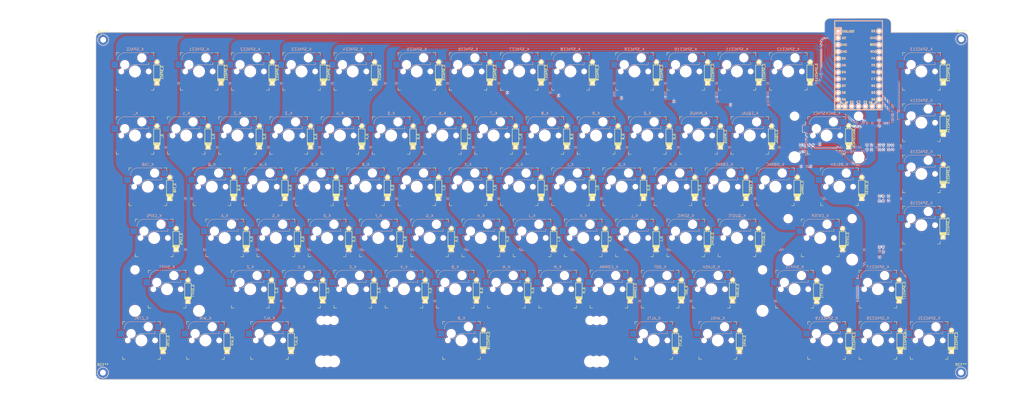
<source format=kicad_pcb>
(kicad_pcb (version 20221018) (generator pcbnew)
  (layers (0 "F.Cu" signal) (31 "B.Cu" signal) (34 "B.Paste" user) (35 "F.Paste" user) (36 "B.SilkS" user "B.Silkscreen") (37 "F.SilkS" user "F.Silkscreen") (38 "B.Mask" user) (39 "F.Mask" user) (44 "Edge.Cuts" user))
  (net 0 "")
  (net 1 "/col16")
  (footprint "keyboard_parts:D_SOD123_axial" (layer "F.Cu") (at 232.32 140.95 90)
    (fp_text reference "D_5")
    (fp_text value "D" hide)
  )
  (footprint "keyboard_parts:D_SOD123_axial" (layer "F.Cu") (at 274.95 198.2 90)
    (fp_text reference "D_N")
    (fp_text value "D" hide)
  )
  (footprint "keyswitches:Kailh_socket_MX_led stab" (layer "F.Cu") (at 383.73625 178.68)
    (fp_text reference "K_ENTER")
    (fp_text value "KEYSW")
  )
  (footprint "keyboard_parts:D_SOD123_axial" (layer "F.Cu") (at 382.45 198.43 90)
    (fp_text reference "D_SHIFT1")
    (fp_text value "D" hide)
  )
  (footprint "keyboard_parts:D_SOD123_axial" (layer "F.Cu") (at 429.5075 117.17 90)
    (fp_text reference "D_SPACE13")
    (fp_text value "D" hide)
  )
  (footprint "keyboard_parts:D_SOD123_axial" (layer "F.Cu") (at 218.0525 117.17 90)
    (fp_text reference "D_SPACE4")
    (fp_text value "D" hide)
  )
  (footprint "keyswitches:Kailh_socket_MX" (layer "F.Cu") (at 290.8675 159.63)
    (fp_text reference "K_I")
    (fp_text value "KEYSW")
  )
  (footprint "keyswitches:Kailh_socket_MX" (layer "F.Cu") (at 338.4925 140.58)
    (fp_text reference "K_MINUS")
    (fp_text value "KEYSW")
  )
  (footprint "keyswitches:Kailh_socket_MX" (layer "F.Cu") (at 295.63 178.68)
    (fp_text reference "K_K")
    (fp_text value "KEYSW")
  )
  (footprint "keyswitches:Kailh_socket_MX" (layer "F.Cu") (at 243.2425 140.58)
    (fp_text reference "K_6")
    (fp_text value "KEYSW")
  )
  (footprint "keyboard_parts:D_SOD123_axial" (layer "F.Cu") (at 203.745 160 90)
    (fp_text reference "D_E")
    (fp_text value "D" hide)
  )
  (footprint "keyboard_parts:D_SOD123_axial" (layer "F.Cu") (at 170.33 179.1 90)
    (fp_text reference "D_A")
    (fp_text value "D" hide)
  )
  (footprint "keyboard_parts:D_SOD123_axial" (layer "F.Cu") (at 194.22 140.95 90)
    (fp_text reference "D_3")
    (fp_text value "D" hide)
  )
  (footprint "keyboard_parts:D_SOD123_axial" (layer "F.Cu") (at 251.37 140.95 90)
    (fp_text reference "D_6")
    (fp_text value "D" hide)
  )
  (footprint "keyboard_parts:D_SOD123_axial" (layer "F.Cu") (at 198.75 198.2 90)
    (fp_text reference "D_X")
    (fp_text value "D" hide)
  )
  (footprint "keyswitches:Kailh_socket_MX" (layer "F.Cu") (at 343.255 197.73)
    (fp_text reference "K_SLASH")
    (fp_text value "KEYSW")
  )
  (footprint "keyboard_parts:D_SOD123_axial" (layer "F.Cu") (at 298.995 160 90)
    (fp_text reference "D_I")
    (fp_text value "D" hide)
  )
  (footprint "keyboard_parts:D_SOD123_axial" (layer "F.Cu") (at 289.47 140.95 90)
    (fp_text reference "D_8")
    (fp_text value "D" hide)
  )
  (footprint "keyboard_parts:D_SOD123_axial" (layer "F.Cu") (at 227.48 179.1 90)
    (fp_text reference "D_F")
    (fp_text value "D" hide)
  )
  (footprint "keyswitches:Kailh_socket_MX" (layer "F.Cu") (at 195.6175 159.63)
    (fp_text reference "K_E")
    (fp_text value "KEYSW")
  )
  (footprint "keyboard_parts:D_SOD123_axial" (layer "F.Cu") (at 284.63 179.1 90)
    (fp_text reference "D_J")
    (fp_text value "D" hide)
  )
  (footprint "keyboard_parts:D_SOD123_axial" (layer "F.Cu") (at 429.4875 136.1875 90)
    (fp_text reference "D_SPACE14")
    (fp_text value "D" hide)
  )
  (footprint "keyswitches:Kailh_socket_MX" (layer "F.Cu") (at 257.53 178.68)
    (fp_text reference "K_H")
    (fp_text value "KEYSW")
  )
  (footprint "keyswitches:Kailh_socket_MX" (layer "F.Cu") (at 271.8175 116.7675)
    (fp_text reference "K_SPACE7")
    (fp_text value "KEYSW")
  )
  (footprint "keyboard_parts:D_SOD123_axial" (layer "F.Cu") (at 217.8 198.2 90)
    (fp_text reference "D_C")
    (fp_text value "D" hide)
  )
  (footprint "keyswitches:Kailh_socket_MX" (layer "F.Cu") (at 147.9925 140.58)
    (fp_text reference "K_1")
    (fp_text value "KEYSW")
  )
  (footprint "keyboard_parts:D_SOD123_axial" (layer "F.Cu") (at 137.07 140.95 90)
    (fp_text reference "D_`")
    (fp_text value "D" hide)
  )
  (footprint "keyswitches:Kailh_socket_MX" (layer "F.Cu") (at 271.8175 159.63)
    (fp_text reference "K_U")
    (fp_text value "KEYSW")
  )
  (footprint "keyswitches:Kailh_socket_MX" (layer "F.Cu") (at 390.88 159.63)
    (fp_text reference "K_BSLSH")
    (fp_text value "KEYSW")
  )
  (footprint "keyboard_parts:D_SOD123_axial" (layer "F.Cu") (at 165.645 160 90)
    (fp_text reference "D_Q")
    (fp_text value "D" hide)
  )
  (footprint "keyboard_parts:D_SOD123_axial" (layer "F.Cu") (at 413.46 216.97 90)
    (fp_text reference "D_SPACE20")
    (fp_text value "D" hide)
  )
  (footprint "keyswitches:Kailh_socket_MX" (layer "F.Cu") (at 250.35 216.76)
    (fp_text reference "K_B")
    (fp_text value "KEYSW")
  )
  (footprint "keyswitches:Kailh_socket_MX" (layer "F.Cu") (at 309.9175 159.63)
    (fp_text reference "K_O")
    (fp_text value "KEYSW")
  )
  (footprint "keyboard_parts:D_SOD123_axial" (layer "F.Cu") (at 329.89 217 90)
    (fp_text reference "D_ALT1")
    (fp_text value "D" hide)
  )
  (footprint "keyswitches:Kailh_socket_MX" (layer "F.Cu") (at 176.5675 159.63)
    (fp_text reference "K_W")
    (fp_text value "KEYSW")
  )
  (footprint "keyswitches:Kailh_socket_MX" (layer "F.Cu") (at 319.4425 140.58)
    (fp_text reference "K_0")
    (fp_text value "KEYSW")
  )
  (footprint "keyswitches:Kailh_socket_MX" (layer "F.Cu") (at 136.08625 178.68)
    (fp_text reference "K_CAPS")
    (fp_text value "KEYSW")
  )
  (footprint "keyswitches:Kailh_socket_MX" (layer "F.Cu") (at 371.83 116.7675)
    (fp_text reference "K_SPACE12")
    (fp_text value "KEYSW")
  )
  (footprint "keyswitches:Kailh_socket_MX" (layer "F.Cu") (at 157.5175 159.63)
    (fp_text reference "K_Q")
    (fp_text value "KEYSW")
  )
  (footprint "keyswitches:Kailh_socket_MX" (layer "F.Cu") (at 214.6675 159.63)
    (fp_text reference "K_R")
    (fp_text value "KEYSW")
  )
  (footprint "keyboard_parts:D_SOD123_axial" (layer "F.Cu") (at 365.67 140.95 90)
    (fp_text reference "D_EQUAL")
    (fp_text value "D" hide)
  )
  (footprint "keyswitches:Kailh_socket_MX" (layer "F.Cu") (at 276.58 178.68)
    (fp_text reference "K_J")
    (fp_text value "KEYSW")
  )
  (footprint "keyboard_parts:D_SOD123_axial" (layer "F.Cu") (at 179.9525 117.17 90)
    (fp_text reference "D_SPACE2")
    (fp_text value "D" hide)
  )
  (footprint "keyswitches:Kailh_socket_MX" (layer "F.Cu") (at 328.9675 159.63)
    (fp_text reference "K_P")
    (fp_text value "KEYSW")
  )
  (footprint "keyswitches:Kailh_socket_MX" (layer "F.Cu") (at 200.38 178.68)
    (fp_text reference "K_D")
    (fp_text value "KEYSW")
  )
  (footprint "keyboard_parts:D_SOD123_axial" (layer "F.Cu") (at 144.25 179.07 90)
    (fp_text reference "D_CAPS")
    (fp_text value "D" hide)
  )
  (footprint "keyswitches:Kailh_socket_MX" (layer "F.Cu") (at 209.905 116.7675)
    (fp_text reference "K_SPACE4")
    (fp_text value "KEYSW")
  )
  (footprint "keyswitches:Kailh_socket_MX" (layer "F.Cu") (at 248.005 197.73)
    (fp_text reference "K_B")
    (fp_text value "KEYSW")
  )
  (footprint "keyswitches:Kailh_socket_MX" (layer "F.Cu") (at 324.205 197.73)
    (fp_text reference "K_DOT")
    (fp_text value "KEYSW")
  )
  (footprint "keyswitches:Kailh_socket_MX" (layer "F.Cu") (at 233.7175 116.7675)
    (fp_text reference "K_SPACE5")
    (fp_text value "KEYSW")
  )
  (footprint "keyboard_parts:D_SOD123_axial" (layer "F.Cu") (at 327.57 140.95 90)
    (fp_text reference "D_0")
    (fp_text value "D" hide)
  )
  (footprint "keyboard_parts:D_SOD123_axial" (layer "F.Cu") (at 303.68 179.1 90)
    (fp_text reference "D_K")
    (fp_text value "D" hide)
  )
  (footprint "keyboard_parts:D_SOD123_axial" (layer "F.Cu") (at 360.9275 117.17 90)
    (fp_text reference "D_SPACE11")
    (fp_text value "D" hide)
  )
  (footprint "keyboard_parts:D_SOD123_axial" (layer "F.Cu") (at 351.15 198.2 90)
    (fp_text reference "D_SLASH")
    (fp_text value "D" hide)
  )
  (footprint "keyboard_parts:D_SOD123_axial" (layer "F.Cu") (at 318.045 160 90)
    (fp_text reference "D_O")
    (fp_text value "D" hide)
  )
  (footprint "keyboard_parts:D_SOD123_axial" (layer "F.Cu") (at 341.78 179.1 90)
    (fp_text reference "D_SEMIC")
    (fp_text value "D" hide)
  )
  (footprint "keyboard_parts:D_SOD123_axial" (layer "F.Cu") (at 265.58 179.1 90)
    (fp_text reference "D_H")
    (fp_text value "D" hide)
  )
  (footprint "keyboard_parts:D_SOD123_axial" (layer "F.Cu") (at 294 198.2 90)
    (fp_text reference "D_M")
    (fp_text value "D" hide)
  )
  (footprint "keyboard_parts:D_SOD123_axial" (layer "F.Cu") (at 199.0025 117.17 90)
    (fp_text reference "D_SPACE3")
    (fp_text value "D" hide)
  )
  (footprint "keyswitches:Kailh_socket_MX" (layer "F.Cu") (at 181.33 178.68)
    (fp_text reference "K_S")
    (fp_text value "KEYSW")
  )
  (footprint "keyswitches:Kailh_socket_MX" (layer "F.Cu") (at 152.755 116.7675)
    (fp_text reference "K_SPACE1")
    (fp_text value "KEYSW")
  )
  (footprint "keyswitches:Kailh_socket_MX" (layer "F.Cu") (at 190.855 116.7675)
    (fp_text reference "K_SPACE3")
    (fp_text value "KEYSW")
  )
  (footprint "keyswitches:Kailh_socket_MX" (layer "F.Cu") (at 367.0675 159.63)
    (fp_text reference "K_OBRAC")
    (fp_text value "KEYSW")
  )
  (footprint "MountingHole:MountingHole_2.2mm_M2_DIN965_Pad" (layer "F.Cu") (at 117.11 105.01)
    (fp_text reference "REF**")
    (fp_text value "MountingHole_2.2mm_M2_DIN965_Pad")
  )
  (footprint "keyswitches:Kailh_socket_MX" (layer "F.Cu") (at 167.0425 140.58)
    (fp_text reference "K_2")
    (fp_text value "KEYSW")
  )
  (footprint "keyboard_parts:D_SOD123_axial" (layer "F.Cu") (at 360.83 179.1 90)
    (fp_text reference "D_QUOTE")
    (fp_text value "D" hide)
  )
  (footprint "keyboard_parts:D_SOD123_axial" (layer "F.Cu") (at 148.63 198.3 90)
    (fp_text reference "D_SHIFT")
    (fp_text value "D" hide)
  )
  (footprint "keyboard_parts:D_SOD123_axial" (layer "F.Cu") (at 394.41 216.97 90)
    (fp_text reference "D_SPACE19")
    (fp_text value "D" hide)
  )
  (footprint "keyboard_parts:D_SOD123_axial" (layer "F.Cu") (at 337.095 160 90)
    (fp_text reference "D_P")
    (fp_text value "D" hide)
  )
  (footprint "keyswitches:Kailh_socket_MX" (layer "F.Cu") (at 190.855 197.73)
    (fp_text reference "K_X")
    (fp_text value "KEYSW")
  )
  (footprint "keyboard_parts:D_SOD123_axial" (layer "F.Cu") (at 139.39 217 90)
    (fp_text reference "D_CTRL")
    (fp_text value "D" hide)
  )
  (footprint "keyswitches:Kailh_socket_MX" (layer "F.Cu") (at 186.0925 140.58)
    (fp_text reference "K_3")
    (fp_text value "KEYSW")
  )
  (footprint "keyswitches:Kailh_socket_MX" (layer "F.Cu") (at 155.13625 216.78)
    (fp_text reference "K_WIN")
    (fp_text value "KEYSW")
  )
  (footprint "keyboard_parts:D_SOD123_axial" (layer "F.Cu") (at 179.7 198.2 90)
    (fp_text reference "D_Z")
    (fp_text value "D" hide)
  )
  (footprint "keyswitches:Kailh_socket_MX" (layer "F.Cu") (at 178.94875 216.78)
    (fp_text reference "K_ALT")
    (fp_text value "KEYSW")
  )
  (footprint "keyboard_parts:D_SOD123_axial" (layer "F.Cu") (at 184.695 160 90)
    (fp_text reference "D_W")
    (fp_text value "D" hide)
  )
  (footprint "keyboard_parts:D_SOD123_axial" (layer "F.Cu") (at 299.015 117.17 90)
    (fp_text reference "D_SPACE8")
    (fp_text value "D" hide)
  )
  (footprint "MX_Alps_Hybrid-master:MXOnly-6.25U-NoSwitch" (layer "F.Cu") (at 248.15 216.33)
    (fp_text reference "REF**")
    (fp_text value "6.25U")
  )
  (footprint "keyswitches:Kailh_socket_MX" (layer "F.Cu") (at 405.1675 197.73)
    (fp_text reference "K_SPACE17")
    (fp_text value "KEYSW")
  )
  (footprint "keyboard_parts:D_SOD123_axial" (layer "F.Cu") (at 341.8775 117.17 90)
    (fp_text reference "D_SPACE10")
    (fp_text value "D" hide)
  )
  (footprint "keyboard_parts:D_SOD123_axial" (layer "F.Cu") (at 353.7025 217 90)
    (fp_text reference "D_WIN1")
    (fp_text value "D" hide)
  )
  (footprint "keyswitches:Kailh_socket_MX_led stab" (layer "F.Cu") (at 374.21125 197.73)
    (fp_text reference "K_SHIFT1")
    (fp_text value "KEYSW")
  )
  (footprint "keyboard_parts:D_SOD123_axial" (layer "F.Cu") (at 236.85 198.2 90)
    (fp_text reference "D_V")
    (fp_text value "D" hide)
  )
  (footprint "keyswitches:Kailh_socket_MX" (layer "F.Cu") (at 133.705 159.63)
    (fp_text reference "K_TAB")
    (fp_text value "KEYSW")
  )
  (footprint "keyboard_parts:D_SOD123_axial" (layer "F.Cu") (at 189.38 179.1 90)
    (fp_text reference "D_S")
    (fp_text value "D" hide)
  )
  (footprint "keyboard_parts:D_SOD123_axial" (layer "F.Cu") (at 246.53 179.1 90)
    (fp_text reference "D_G")
    (fp_text value "D" hide)
  )
  (footprint "keyboard_parts:D_SOD123_axial" (layer "F.Cu") (at 241.865 117.17 90)
    (fp_text reference "D_SPACE5")
    (fp_text value "D" hide)
  )
  (footprint "keyswitches:Kailh_socket_MX" (layer "F.Cu") (at 224.1925 140.58)
    (fp_text reference "K_5")
    (fp_text value "KEYSW")
  )
  (footprint "keyboard_parts:D_SOD123_axial" (layer "F.Cu") (at 258.5 216.79 90)
    (fp_text reference "D_SPACE18")
    (fp_text value "D" hide)
  )
  (footprint "keyboard_parts:D_SOD123_axial" (layer "F.Cu") (at 141.86 160.06 90)
    (fp_text reference "D_TAB")
    (fp_text value "D" hide)
  )
  (footprint "keyswitches:Kailh_socket_MX" (layer "F.Cu") (at 421.36 154.8675)
    (fp_text reference "K_SPACE15")
    (fp_text value "KEYSW")
  )
  (footprint "keyboard_parts:D_SOD123_axial" (layer "F.Cu") (at 260.895 160 90)
    (fp_text reference "D_Y")
    (fp_text value "D" hide)
  )
  (footprint "keyswitches:Kailh_socket_MX" (layer "F.Cu") (at 252.7675 116.7675)
    (fp_text reference "K_SPACE6")
    (fp_text value "KEYSW")
  )
  (footprint "keyswitches:Kailh_socket_MX" (layer "F.Cu") (at 209.905 197.73)
    (fp_text reference "K_C")
    (fp_text value "KEYSW")
  )
  (footprint "keyboard_parts:D_SOD123_axial" (layer "F.Cu") (at 175.17 140.95 90)
    (fp_text reference "D_2")
    (fp_text value "D" hide)
  )
  (footprint "MountingHole:MountingHole_2.2mm_M2_DIN965_Pad" (layer "F.Cu") (at 436.07 228.7)
    (fp_text reference "REF**")
    (fp_text value "MountingHole_2.2mm_M2_DIN965_Pad")
  )
  (footprint "MountingHole:MountingHole_2.2mm_M2_DIN965_Pad" (layer "F.Cu") (at 117.02 228.77)
    (fp_text reference "REF**")
    (fp_text value "MountingHole_2.2mm_M2_DIN965_Pad")
  )
  (footprint "keyboard_parts:D_SOD123_axial" (layer "F.Cu") (at 163.2025 217 90)
    (fp_text reference "D_WIN")
    (fp_text value "D" hide)
  )
  (footprint "keyboard_parts:D_SOD123_axial" (layer "F.Cu") (at 255.9 198.2 90)
    (fp_text reference "D_B")
    (fp_text value "D" hide)
  )
  (footprint "keyswitches:Kailh_socket_MX" (layer "F.Cu") (at 421.36 116.7675)
    (fp_text reference "K_SPACE13")
    (fp_text value "KEYSW")
  )
  (footprint "keyboard_parts:D_SOD123_axial" (layer "F.Cu") (at 356.145 160 90)
    (fp_text reference "D_CBRAC")
    (fp_text value "D" hide)
  )
  (footprint "keyswitches:Kailh_socket_MX" (layer "F.Cu") (at 421.36 173.9175)
    (fp_text reference "K_SPACE16")
    (fp_text value "KEYSW")
  )
  (footprint "keyswitches:Kailh_socket_MX" (layer "F.Cu") (at 171.805 116.7675)
    (fp_text reference "K_SPACE2")
    (fp_text value "KEYSW")
  )
  (footprint "keyboard_parts:D_SOD123_axial" (layer "F.Cu") (at 332.1 198.2 90)
    (fp_text reference "D_DOT")
    (fp_text value "D" hide)
  )
  (footprint "keyswitches:Kailh_socket_MX" (layer "F.Cu") (at 314.68 116.7675)
    (fp_text reference "K_SPACE9")
    (fp_text value "KEYSW")
  )
  (footprint "keyswitches:Kailh_socket_MX" (layer "F.Cu") (at 352.78 116.7675)
    (fp_text reference "K_SPACE11")
    (fp_text value "KEYSW")
  )
  (footprint "keyswitches:Kailh_socket_MX" (layer "F.Cu") (at 421.36 135.8175)
    (fp_text reference "K_SPACE14")
    (fp_text value "KEYSW")
  )
  (footprint "keyboard_parts:D_SOD123_axial" (layer "F.Cu") (at 241.845 160 90)
    (fp_text reference "D_T")
    (fp_text value "D" hide)
  )
  (footprint "keyswitches:Kailh_socket_MX" (layer "F.Cu") (at 424.2175 216.78)
    (fp_text reference "K_SPACE21")
    (fp_text value "KEYSW")
  )
  (footprint "keyboard_parts:D_SOD123_axial" (layer "F.Cu") (at 208.43 179.1 90)
    (fp_text reference "D_D")
    (fp_text value "D" hide)
  )
  (footprint "keyswitches:Kailh_socket_MX" (layer "F.Cu") (at 262.2925 140.58)
    (fp_text reference "K_7")
    (fp_text value "KEYSW")
  )
  (footprint "keyswitches:Kailh_socket_MX" (layer "F.Cu") (at 290.8675 116.7675)
    (fp_text reference "K_SPACE8")
    (fp_text value "KEYSW")
  )
  (footprint "MountingHole:MountingHole_2.2mm_M2_DIN965_Pad" (layer "F.Cu") (at 436.18 104.79)
    (fp_text reference "REF**")
    (fp_text value "MountingHole_2.2mm_M2_DIN965_Pad")
  )
  (footprint "keyswitches:Kailh_socket_MX" (layer "F.Cu") (at 352.78 178.68)
    (fp_text reference "K_QUOTE")
    (fp_text value "KEYSW")
  )
  (footprint "keyboard_parts:D_SOD123_axial" (layer "F.Cu") (at 137.09 117.17 90)
    (fp_text reference "D_SPACE")
    (fp_text value "D" hide)
  )
  (footprint "keyswitches:Kailh_socket_MX" (layer "F.Cu") (at 357.5425 140.58)
    (fp_text reference "K_EQUAL")
    (fp_text value "KEYSW")
  )
  (footprint "keyswitches:Kailh_socket_MX" (layer "F.Cu") (at 314.68 178.68)
    (fp_text reference "K_L")
    (fp_text value "KEYSW")
  )
  (footprint "keyswitches:Kailh_socket_MX" (layer "F.Cu") (at 228.955 197.73)
    (fp_text reference "K_V")
    (fp_text value "KEYSW")
  )
  (footprint "keyboard_parts:D_SOD123_axial" (layer "F.Cu") (at 392.06 179.1 90)
    (fp_text reference "D_ENTER")
    (fp_text value "D" hide)
  )
  (footprint "keyboard_parts:D_SOD123_axial" (layer "F.Cu") (at 156.12 140.95 90)
    (fp_text reference "D_1")
    (fp_text value "D" hide)
  )
  (footprint "keyboard_parts:D_SOD123_axial" (layer "F.Cu") (at 279.965 117.17 90)
    (fp_text reference "D_SPACE7")
    (fp_text value "D" hide)
  )
  (footprint "keyswitches:Kailh_socket_MX" (layer "F.Cu") (at 345.63625 216.78)
    (fp_text reference "K_WIN1")
    (fp_text value "KEYSW")
  )
  (footprint "keyboard_parts:D_SOD123_axial" (layer "F.Cu") (at 222.795 160 90)
    (fp_text reference "D_R")
    (fp_text value "D" hide)
  )
  (footprint "keyswitches:Kailh_socket_MX" (layer "F.Cu") (at 171.805 197.73)
    (fp_text reference "K_Z")
    (fp_text value "KEYSW")
  )
  (footprint "keyboard_parts:D_SOD123_axial" (layer "F.Cu") (at 413.0625 198.2 90)
    (fp_text reference "D_SPACE17")
    (fp_text value "D" hide)
  )
  (footprint "keyswitches:Kailh_socket_MX" (layer "F.Cu") (at 321.82375 216.78)
    (fp_text reference "K_ALT1")
    (fp_text value "KEYSW")
  )
  (footprint "keyswitches:Kailh_socket_MX_led stab" (layer "F.Cu") (at 140.84875 197.73)
    (fp_text reference "K_SHIFT")
    (fp_text value "KEYSW")
  )
  (footprint "keyboard_parts:D_SOD123_axial" (layer "F.Cu") (at 313.05 198.2 90)
    (fp_text reference "D_COMMA")
    (fp_text value "D" hide)
  )
  (footprint "keyboard_parts:D_SOD123_axial" (layer "F.Cu") (at 213.27 140.95 90)
    (fp_text reference "D_4")
    (fp_text value "D" hide)
  )
  (footprint "keyboard_parts:D_SOD123_axial" (layer "F.Cu") (at 394.34 140.87 90)
    (fp_text reference "D_BACKSPACE")
    (fp_text value "D" hide)
  )
  (footprint "MX_Alps_Hybrid-master:MXOnly-6.25U-NoSwitch" (layer "F.Cu") (at 252.9699 216.325)
    (fp_text reference "REF**")
    (fp_text value "6.25U")
  )
  (footprint "keyswitches:Kailh_socket_MX" (layer "F.Cu") (at 267.055 197.73)
    (fp_text reference "K_N")
    (fp_text value "KEYSW")
  )
  (footprint "keyboard_parts:D_SOD123_axial" (layer "F.Cu") (at 429.4875 155.2375 90)
    (fp_text reference "D_SPACE15")
    (fp_text value "D" hide)
  )
  (footprint "keyboard_parts:D_SOD123_axial" (layer "F.Cu") (at 270.42 140.95 90)
    (fp_text reference "D_7")
    (fp_text value "D" hide)
  )
  (footprint "keyswitches:Kailh_socket_MX" (layer "F.Cu") (at 386.1175 216.78)
    (fp_text reference "K_SPACE19")
    (fp_text value "KEYSW")
  )
  (footprint "marbastlib-mx:STAB_MX_6u" (layer "F.Cu") (at 250.38625 216.78)
    (fp_text reference "K_SPACE18" hide)
    (fp_text value "KEYSW")
  )
  (footprint "keyswitches:Kailh_socket_MX" (layer "F.Cu") (at 131.32375 216.78)
    (fp_text reference "K_CTRL")
    (fp_text value "KEYSW")
  )
  (footprint "keyswitches:Kailh_socket_MX" (layer "F.Cu") (at 333.73 116.7675)
    (fp_text reference "K_SPACE10")
    (fp_text value "KEYSW")
  )
  (footprint "keyboard_parts:D_SOD123_axial" (layer "F.Cu") (at 429.41 174.3375 90)
    (fp_text reference "D_SPACE16")
    (fp_text value "D" hide)
  )
  (footprint "keyboard_parts:D_SOD123_axial" (layer "F.Cu") (at 379.9775 117.17 90)
    (fp_text reference "D_SPACE12")
    (fp_text value "D" hide)
  )
  (footprint "keyswitches:Kailh_socket_MX" (layer "F.Cu") (at 333.73 178.68)
    (fp_text reference "K_SEMIC")
    (fp_text value "KEYSW")
  )
  (footprint "keyswitches:Kailh_socket_MX" (layer "F.Cu") (at 305.155 197.73)
    (fp_text reference "K_COMMA")
    (fp_text value "KEYSW")
  )
  (footprint "keyswitches:Kailh_socket_MX" (layer "F.Cu") (at 233.7175 159.63)
    (fp_text reference "K_T")
    (fp_text value "KEYSW")
  )
  (footprint "keyboard_parts:D_SOD123_axial" (layer "F.Cu") (at 322.73 179.1 90)
    (fp_text reference "D_L")
    (fp_text value "D" hide)
  )
  (footprint "keyboard_parts:D_SOD123_axial" (layer "F.Cu") (at 322.8275 117.17 90)
    (fp_text reference "D_SPACE9")
    (fp_text value "D" hide)
  )
  (footprint "keyswitches:Kailh_socket_MX" (layer "F.Cu") (at 205.1425 140.58)
    (fp_text reference "K_4")
    (fp_text value "KEYSW")
  )
  (footprint "keyswitches:Kailh_socket_MX" (layer "F.Cu") (at 405.1675 216.78)
    (fp_text reference "K_SPACE20")
    (fp_text value "KEYSW")
  )
  (footprint "keyboard_parts:D_SOD123_axial" (layer "F.Cu") (at 375.195 160 90)
    (fp_text reference "D_OBRAC")
    (fp_text value "D" hide)
  )
  (footprint "keyboard_parts:D_SOD123_axial" (layer "F.Cu") (at 399.2 160.03 90)
    (fp_text reference "D_BSLSH")
    (fp_text value "D" hide)
  )
  (footprint "keyswitches:Kailh_socket_MX" (layer "F.Cu") (at 286.105 197.73)
    (fp_text reference "K_M")
    (fp_text value "KEYSW")
  )
  (footprint "keyboard_parts:D_SOD123_axial" (layer "F.Cu") (at 187.015 217 90)
    (fp_text reference "D_ALT")
    (fp_text value "D" hide)
  )
  (footprint "keyboard_parts:D_SOD123_axial" (layer "F.Cu") (at 279.945 160 90)
    (fp_text reference "D_U")
    (fp_text value "D" hide)
  )
  (footprint "keyswitches:Kailh_socket_MX" (layer "F.Cu") (at 128.9425 116.7675)
    (fp_text reference "K_SPACE")
    (fp_text value "KEYSW")
  )
  (footprint "keyboard_parts:D_SOD123_axial" (layer "F.Cu") (at 308.52 140.95 90)
    (fp_text reference "D_9")
    (fp_text value "D" hide)
  )
  (footprint "keyboard_parts:D_SOD123_axial" (layer "F.Cu") (at 432.51 216.97 90)
    (fp_text reference "D_SPACE21")
    (fp_text value "D" hide)
  )
  (footprint "keyboard_parts:D_SOD123_axial" (layer "F.Cu") (at 346.62 140.95 90)
    (fp_text reference "D_MINUS")
    (fp_text value "D" hide)
  )
  (footprint "keyswitches:Kailh_socket_MX" (layer "F.Cu") (at 348.0175 159.63)
    (fp_text reference "K_CBRAC")
    (fp_text value "KEYSW")
  )
  (footprint "keyswitches:Kailh_socket_MX" (layer "F.Cu") (at 281.3425 140.58)
    (fp_text reference "K_8")
    (fp_text value "KEYSW")
  )
  (footprint "keyswitches:Kailh_socket_MX" (layer "F.Cu") (at 219.43 178.68)
    (fp_text reference "K_F")
    (fp_text value "KEYSW")
  )
  (footprint "keyswitches:Kailh_socket_MX" (layer "F.Cu") (at 252.7675 159.63)
    (fp_text reference "K_Y")
    (fp_text value "KEYSW")
  )
  (footprint "keyswitches:Kailh_socket_MX" (layer "F.Cu") (at 300.3925 140.58)
    (fp_text reference "K_9")
    (fp_text value "KEYSW")
  )
  (footprint "keyboard_parts:D_SOD123_axial" (layer "F.Cu") (at 260.915 117.17 90)
    (fp_text reference "D_SPACE6")
    (fp_text value "D" hide)
  )
  (footprint "keyboard_parts:D_SOD123_axial" (layer "F.Cu") (at 160.9025 117.17 90)
    (fp_text reference "D_SPACE1")
    (fp_text value "D" hide)
  )
  (footprint "keyswitches:Kailh_socket_MX" (layer "F.Cu") (at 162.28 178.68)
    (fp_text reference "K_A")
    (fp_text value "KEYSW")
  )
  (footprint "keyswitches:Kailh_socket_MX" (layer "F.Cu") (at 128.9425 140.58)
    (fp_text reference "K_`")
    (fp_text value "KEYSW")
  )
  (footprint "keyswitches:Kailh_socket_MX_led stab" (layer "F.Cu") (at 386.1175 140.58)
    (fp_text reference "K_BACKSPACE")
    (fp_text value "KEYSW")
  )
  (footprint "keyswitches:Kailh_socket_MX" (layer "F.Cu") (at 238.48 178.68)
    (fp_text reference "K_G")
    (fp_text value "KEYSW")
  )
  (footprint "Keebio-Parts:Elite-C" (layer "F.Cu") (at 398 115.74 -90)
    (fp_text reference "U1" hide)
    (fp_text value "Elite-C" hide)
  )
  (gr_line (start 387.358383 97.038384) (end 408.090743 97.021624) (stroke (width 0.2)) (layer "Edge.Cuts"))
  (gr_arc (start 114.4175 104.242113) (mid 115.003145 102.828028) (end 116.417112 102.242113) (stroke (width 0.2)) (layer "Edge.Cuts"))
  (gr_line (start 410.092346 99.029243) (end 410.08 102.27) (stroke (width 0.2)) (layer "Edge.Cuts"))
  (gr_arc (start 385.36 99.038384) (mid 385.945221 97.624753) (end 387.358383 97.038384) (stroke (width 0.2)) (layer "Edge.Cuts"))
  (gr_arc (start 116.4175 231.305) (mid 115.003286 230.719214) (end 114.4175 229.305) (stroke (width 0.2)) (layer "Edge.Cuts"))
  (gr_arc (start 438.7425 231.305) (mid 438.7425 231.305) (end 438.7425 231.305) (stroke (width 0.2)) (layer "Edge.Cuts"))
  (gr_arc (start 114.4175 102.2425) (mid 114.4175 102.2425) (end 114.4175 102.2425) (stroke (width 0.2)) (layer "Edge.Cuts"))
  (gr_arc (start 114.4175 231.305) (mid 114.4175 231.305) (end 114.4175 231.305) (stroke (width 0.2)) (layer "Edge.Cuts"))
  (gr_arc (start 438.7425 229.305) (mid 438.156714 230.719214) (end 436.7425 231.305) (stroke (width 0.2)) (layer "Edge.Cuts"))
  (gr_line (start 438.7425 104.24442) (end 438.7425 229.305) (stroke (width 0.2)) (layer "Edge.Cuts"))
  (gr_line (start 410.08 102.27) (end 436.740581 102.244421) (stroke (width 0.2)) (layer "Edge.Cuts"))
  (gr_line (start 385.36 102.19) (end 116.417112 102.242113) (stroke (width 0.2)) (layer "Edge.Cuts"))
  (gr_arc (start 436.740581 102.244421) (mid 438.156028 102.829529) (end 438.7425 104.24442) (stroke (width 0.2)) (layer "Edge.Cuts"))
  (gr_line (start 114.4175 229.305) (end 114.4175 104.242113) (stroke (width 0.2)) (layer "Edge.Cuts"))
  (gr_line (start 436.7425 231.305) (end 116.4175 231.305) (stroke (width 0.2)) (layer "Edge.Cuts"))
  (gr_line (start 385.36 102.19) (end 385.36 99.038384) (stroke (width 0.2)) (layer "Edge.Cuts"))
  (gr_arc (start 408.090743 97.021624) (mid 409.508694 97.609534) (end 410.092346 99.029243) (stroke (width 0.2)) (layer "Edge.Cuts"))
  (segment (start 377.35 131.713963) (end 377.35 138.146036) (width 0.25) (layer "F.Cu") (net 0))
  (segment (start 377.62 146.45) (end 400.20402 146.45) (width 0.25) (layer "F.Cu") (net 0))
  (segment (start 395.006207 100.863792) (end 391.977193 103.892806) (width 0.2) (layer "F.Cu") (net 0))
  (segment (start 420.456036 164.03) (end 413.155304 164.03) (width 0.25) (layer "F.Cu") (net 0))
  (segment (start 400.54 130.601593) (end 400.54 129.71) (width 0.25) (layer "F.Cu") (net 0))
  (segment (start 407.15 185.75) (end 405.87 185.75) (width 0.25) (layer "F.Cu") (net 0))
  (segment (start 383.57 143.73) (end 382.77 143.73) (width 0.25) (layer "F.Cu") (net 0))
  (segment (start 378.05 137.556036) (end 378.05 129.449238) (width 0.25) (layer "F.Cu") (net 0))
  (segment (start 402.8 145.95) (end 402.8 146.805) (width 0.25) (layer "F.Cu") (net 0))
  (segment (start 390.38 104.31) (end 385.653467 104.31) (width 0.2) (layer "F.Cu") (net 0))
  (segment (start 144.727989 221.18) (end 415.360796 221.18) (width 0.25) (layer "F.Cu") (net 0))
  (segment (start 390.97 104.31) (end 390.38 104.31) (width 0.2) (layer "F.Cu") (net 0))
  (segment (start 407.07 163.02) (end 407.17 162.92) (width 0.2) (layer "F.Cu") (net 0))
  (segment (start 375.92 130.63) (end 376.16 130.87) (width 0.25) (layer "F.Cu") (net 0))
  (segment (start 409.18 144.04) (end 409.18 122.823963) (width 0.25) (layer "F.Cu") (net 0))
  (segment (start 411.003675 183.08) (end 420.276036 183.08) (width 0.25) (layer "F.Cu") (net 0))
  (segment (start 162.660502 202.2) (end 148.63 202.2) (width 0.25) (layer "F.Cu") (net 0))
  (segment (start 138.801057 121.07) (end 137.09 121.07) (width 0.25) (layer "F.Cu") (net 0))
  (segment (start 376.78 132.503963) (end 376.78 139.252423) (width 0.25) (layer "F.Cu") (net 0))
  (segment (start 424.3425 144.98) (end 423.8375 144.98) (width 0.25) (layer "F.Cu") (net 0))
  (segment (start 394.941213 202.1) (end 413.0625 202.1) (width 0.2) (layer "F.Cu") (net 0))
  (segment (start 392.245 147.56) (end 391.815 147.56) (width 0.25) (layer "F.Cu") (net 0))
  (segment (start 398.853963 99.27) (end 404.56173 99.27) (width 0.2) (layer "F.Cu") (net 0))
  (segment (start 410.68 161.554695) (end 410.68 145.86) (width 0.25) (layer "F.Cu") (net 0))
  (segment (start 401.16 144) (end 401.16 132.098406) (width 0.25) (layer "F.Cu") (net 0))
  (segment (start 424.303792 162.436207) (end 426.936051 159.803948) (width 0.25) (layer "F.Cu") (net 0))
  (segment (start 428.39125 178.2375) (end 429.41 178.2375) (width 0.25) (layer "F.Cu") (net 0))
  (segment (start 370.946036 126.67) (end 309.85 126.67) (width 0.25) (layer "F.Cu") (net 0))
  (segment (start 148.373002 163.96) (end 141.86 163.96) (width 0.25) (layer "F.Cu") (net 0))
  (segment (start 401.16 145.89) (end 400.88 146.17) (width 0.25) (layer "F.Cu") (net 0))
  (segment (start 144.05201 220.9) (end 139.39 220.9) (width 0.25) (layer "F.Cu") (net 0))
  (segment (start 397.35 137.18) (end 397.35 136.455) (width 0.25) (layer "F.Cu") (net 0))
  (segment (start 384.069999 105.229999) (end 384.072928 105.227071) (width 0.25) (layer "F.Cu") (net 0))
  (segment (start 405.69 137.07) (end 405.66 137.04) (width 0.25) (layer "F.Cu") (net 0))
  (segment (start 376.145 142.745) (end 372.55922 139.15922) (width 0.25) (layer "F.Cu") (net 0))
  (segment (start 428.545 159.1375) (end 429.4875 159.1375) (width 0.25) (layer "F.Cu") (net 0))
  (segment (start 411.166207 117.476207) (end 405.62 111.93) (width 0.25) (layer "F.Cu") (net 0))
  (segment (start 412.76 121.323963) (end 412.76 142.980001) (width 0.25) (layer "F.Cu") (net 0))
  (segment (start 374.605 129.315) (end 375.92 130.63) (width 0.25) (layer "F.Cu") (net 0))
  (segment (start 350.39 129.16) (end 360.645857 129.16) (width 0.25) (layer "F.Cu") (net 0))
  (segment (start 413.155304 164.03) (end 411.104695 164.03) (width 0.25) (layer "F.Cu") (net 0))
  (segment (start 376.28 140.911177) (end 376.28 135.805) (width 0.25) (layer "F.Cu") (net 0))
  (segment (start 376.52 146.86) (end 376.87 147.21) (width 0.25) (layer "F.Cu") (net 0))
  (segment (start 376.665 152.105) (end 376.65 152.12) (width 0.25) (layer "F.Cu") (net 0))
  (segment (start 408.71 103.575) (end 408.71 103.418269) (width 0.2) (layer "F.Cu") (net 0))
  (segment (start 376.701213 152.09) (end 380.21 152.09) (width 0.25) (layer "F.Cu") (net 0))
  (segment (start 391.815 147.56) (end 377.714974 147.56) (width 0.25) (layer "F.Cu") (net 0))
  (segment (start 329.34 127.88) (end 371.140603 127.88) (width 0.25) (layer "F.Cu") (net 0))
  (segment (start 397.65 193.093963) (end 397.65 200.678959) (width 0.25) (layer "F.Cu") (net 0))
  (segment (start 424.123792 181.486207) (end 426.652134 178.957865) (width 0.25) (layer "F.Cu") (net 0))
  (segment (start 381.382225 121.1675) (end 139.036442 121.1675) (width 0.25) (layer "F.Cu") (net 0))
  (segment (start 424.773544 144.801455) (end 429.4875 140.0875) (width 0.25) (layer "F.Cu") (net 0))
  (segment (start 376.28 131.159705) (end 376.28 132.595) (width 0.25) (layer "F.Cu") (net 0))
  (segment (start 407.586207 118.976207) (end 405.62 117.01) (width 0.25) (layer "F.Cu") (net 0))
  (segment (start 376.76 142.07) (end 377.02 142.33) (width 0.25) (layer "F.Cu") (net 0))
  (segment (start 375.455 125.935) (end 376.1 126.58) (width 0.25) (layer "F.Cu") (net 0))
  (segment (start 403.749045 184.740954) (end 399.243792 189.246207) (width 0.25) (layer "F.Cu") (net 0))
  (segment (start 409.476324 183.08) (end 153.332781 183.08) (width 0.25) (layer "F.Cu") (net 0))
  (segment (start 377.68 143.301126) (end 377.68 144.05) (width 0.25) (layer "F.Cu") (net 0))
  (segment (start 376.49 144.01) (end 376.49 143.252634) (width 0.25) (layer "F.Cu") (net 0))
  (segment (start 394.911213 202.13) (end 394.868786 202.13) (width 0.25) (layer "F.Cu") (net 0))
  (segment (start 370.565 130.825) (end 371.515 131.775) (width 0.25) (layer "F.Cu") (net 0))
  (segment (start 411.003675 183.08) (end 409.476324 183.08) (width 0.25) (layer "F.Cu") (net 0))
  (segment (start 408.34 140.383395) (end 408.34 124.19333) (width 0.2) (layer "F.Cu") (net 0))
  (segment (start 405.63 136.967573) (end 405.63 134.93) (width 0.25) (layer "F.Cu") (net 0))
  (segment (start 375.163792 127.273792) (end 375.756207 127.866207) (width 0.25) (layer "F.Cu") (net 0))
  (segment (start 405.77 165.05) (end 405.76 165.04) (width 0.25) (layer "F.Cu") (net 0))
  (segment (start 410.035825 106.775825) (end 410.135 106.875) (width 0.2) (layer "F.Cu") (net 0))
  (segment (start 370.565 130.825) (end 369.96 130.22) (width 0.25) (layer "F.Cu") (net 0))
  (segment (start 405.78 165.074142) (end 405.78 181.98) (width 0.25) (layer "F.Cu") (net 0))
  (segment (start 403.08 143.597365) (end 403.08 129.71) (width 0.25) (layer "F.Cu") (net 0))
  (segment (start 384.107071 105.212928) (end 384.555 104.765) (width 0.2) (layer "F.Cu") (net 0))
  (segment (start 395.46 132.503568) (end 395.46 129.71) (width 0.25) (layer "F.Cu") (net 0))
  (segment (start 405.9 183.85) (end 407.16 183.85) (width 0.25) (layer "F.Cu") (net 0))
  (segment (start 374.793792 128.263792) (end 375.186207 128.656207) (width 0.25) (layer "F.Cu") (net 0))
  (segment (start 431.91 119.96038) (end 431.91 112.123919) (width 0.2) (layer "F.Cu") (net 0))
  (segment (start 398.59 137.27) (end 399.659479 136.20052) (width 0.25) (layer "F.Cu") (net 0))
  (segment (start 371.316036 125.68) (end 286.562426 125.68) (width 0.25) (layer "F.Cu") (net 0))
  (segment (start 371.99 136.175) (end 371.99 137.785) (width 0.25) (layer "F.Cu") (net 0))
  (segment (start 395.734418 135.134418) (end 393.842774 133.242774) (width 0.25) (layer "F.Cu") (net 0))
  (segment (start 376.145 142.745) (end 376.375 142.975) (width 0.25) (layer "F.Cu") (net 0))
  (segment (start 409.18 162.995857) (end 409.18 145.92) (width 0.25) (layer "F.Cu") (net 0))
  (segment (start 415.58 220.960796) (end 415.58 195.153963) (width 0.25) (layer "F.Cu") (net 0))
  (segment (start 396.24 137.07) (end 396.24 136.355) (width 0.25) (layer "F.Cu") (net 0))
  (segment (start 409.046207 117.896207) (end 405.62 114.47) (width 0.25) (layer "F.Cu") (net 0))
  (segment (start 405.77 145.93) (end 405.77 163.03) (width 0.25) (layer "F.Cu") (net 0))
  (segment (start 153.067218 182.97) (end 144.25 182.97) (width 0.25) (layer "F.Cu") (net 0))
  (segment (start 410.64 144.1) (end 410.64 121.743963) (width 0.25) (layer "F.Cu") (net 0))
  (segment (start 416.109203 220.87) (end 432.51 220.87) (width 0.25) (layer "F.Cu") (net 0))
  (segment (start 379.605 144.075) (end 378.1925 142.6625) (width 0.25) (layer "F.Cu") (net 0))
  (segment (start 407.14 181.91) (end 407.14 164.997071) (width 0.2) (layer "F.Cu") (net 0))
  (segment (start 406.51 122.98) (end 405.62 122.09) (width 0.25) (layer "F.Cu") (net 0))
  (segment (start 407.27 143.99) (end 407.27 142.966604) (width 0.2) (layer "F.Cu") (net 0))
  (segment (start 379.643792 141.403792) (end 381.404314 143.164314) (width 0.25) (layer "F.Cu") (net 0))
  (segment (start 360.694142 129.14) (end 367.352649 129.14) (width 0.25) (layer "F.Cu") (net 0))
  (segment (start 415.103144 144.98) (end 410.760001 144.98) (width 0.25) (layer "F.Cu") (net 0))
  (segment (start 409.17 163.02) (end 409.16 163.03) (width 0.25) (layer "F.Cu") (net 0))
  (segment (start 392.92 131.015) (end 392.92 129.71) (width 0.25) (layer "F.Cu") (net 0))
  (segment (start 406.98 120.91) (end 405.62 119.55) (width 0.2) (layer "F.Cu") (net 0))
  (segment (start 409.335096 186.655096) (end 413.986207 191.306207) (width 0.25) (layer "F.Cu") (net 0))
  (segment (start 371.99 132.921751) (end 371.99 136.175) (width 0.25) (layer "F.Cu") (net 0))
  (segment (start 405.77 143.115) (end 405.77 143.97) (width 0.25) (layer "F.Cu") (net 0))
  (segment (start 407.4 125.12865) (end 407.4 139.477415) (width 0.25) (layer "F.Cu") (net 0))
  (segment (start 377.02 142.33) (end 377.46 142.77) (width 0.25) (layer "F.Cu") (net 0))
  (segment (start 399.96 135.05) (end 399.96 135.475) (width 0.25) (layer "F.Cu") (net 0))
  (segment (start 139.059423 144.98) (end 410.760001 144.98) (width 0.25) (layer "F.Cu") (net 0))
  (segment (start 409.16 181.236324) (end 409.16 164.87) (width 0.25) (layer "F.Cu") (net 0))
  (segment (start 148.541997 164.03) (end 411.104695 164.03) (width 0.25) (layer "F.Cu") (net 0))
  (segment (start 394.911213 202.13) (end 396.198959 202.13) (width 0.25) (layer "F.Cu") (net 0))
  (segment (start 401.089999 149.369999) (end 402.195423 148.264576) (width 0.25) (layer "F.Cu") (net 0))
  (segment (start 402.965 143.875) (end 402.85 143.99) (width 0.25) (layer "F.Cu") (net 0))
  (segment (start 372.328593 124.64) (end 267.4 124.64) (width 0.25) (layer "F.Cu") (net 0))
  (segment (start 423.8375 144.98) (end 415.103144 144.98) (width 0.25) (layer "F.Cu") (net 0))
  (segment (start 430.80038 121.07) (end 429.5075 121.07) (width 0.2) (layer "F.Cu") (net 0))
  (segment (start 407.15 164.98) (end 407.145 164.985) (width 0.2) (layer "F.Cu") (net 0))
  (segment (start 396.405 134.785) (end 396.837347 135.217347) (width 0.25) (layer "F.Cu") (net 0))
  (segment (start 398.264903 151.29) (end 397.68 151.29) (width 0.25) (layer "F.Cu") (net 0))
  (segment (start 376.28 132.595) (end 376.28 135.805) (width 0.25) (layer "F.Cu") (net 0))
  (segment (start 384.06 118.489725) (end 384.06 105.254142) (width 0.25) (layer "F.Cu") (net 0))
  (segment (start 395.13641 150.23641) (end 392.612027 147.712027) (width 0.25) (layer "F.Cu") (net 0))
  (segment (start 428.08608 108.3) (end 413.575254 108.3) (width 0.2) (layer "F.Cu") (net 0))
  (segment (start 381.025857 144.075857) (end 378.943792 141.993792) (width 0.25) (layer "F.Cu") (net 0))
  (segment (start 376.1 126.58) (end 377.4 127.88) (width 0.25) (layer "F.Cu") (net 0))
  (segment (start 381.06 144.09) (end 381.08 144.09) (width 0.25) (layer "F.Cu") (net 0))
  (segment (start 286.49 125.71) (end 286.46 125.74) (width 0.25) (layer "F.Cu") (net 0))
  (segment (start 406.374576 141.655423) (end 406.585 141.445) (width 0.25) (layer "F.Cu") (net 0))
  (segment (start 394.868786 202.13) (end 162.829497 202.13) (width 0.25) (layer "F.Cu") (net 0))
  (segment (start 138.745576 144.85) (end 137.07 144.85) (width 0.25) (layer "F.Cu") (net 0))
  (segment (start 409.18 145.92) (end 409.17 145.93) (width 0.25) (layer "F.Cu") (net 0))
  (segment (start 401.089999 149.369999) (end 399.81 150.65) (width 0.25) (layer "F.Cu") (net 0))
  (segment (start 407.27 145.88) (end 407.27 162.678578) (width 0.2) (layer "F.Cu") (net 0))
  (via (at 401.16 145.89) (size 0.8) (drill 0.4) (layers "F.Cu" "B.Cu") (net 0))
  (via (at 407.14 181.91) (size 0.8) (drill 0.4) (layers "F.Cu" "B.Cu") (net 0))
  (via (at 405.77 145.93) (size 0.8) (drill 0.4) (layers "F.Cu" "B.Cu") (net 0))
  (via (at 350.39 129.16) (size 0.8) (drill 0.4) (layers "F.Cu" "B.Cu") (net 0))
  (via (at 329.34 127.88) (size 0.8) (drill 0.4) (layers "F.Cu" "B.Cu") (net 0))
  (via (at 376.65 152.12) (size 0.8) (drill 0.4) (layers "F.Cu" "B.Cu") (net 0))
  (via (at 399.96 135.05) (size 0.8) (drill 0.4) (layers "F.Cu" "B.Cu") (net 0))
  (via (at 376.49 144.01) (size 0.8) (drill 0.4) (layers "F.Cu" "B.Cu") (net 0))
  (via (at 405.87 185.75) (size 0.8) (drill 0.4) (layers "F.Cu" "B.Cu") (net 0))
  (via (at 407.15 164.98) (size 0.8) (drill 0.4) (layers "F.Cu" "B.Cu") (net 0))
  (via (at 405.77 143.97) (size 0.8) (drill 0.4) (layers "F.Cu" "B.Cu") (net 0))
  (via (at 379.605 144.075) (size 0.8) (drill 0.4) (layers "F.Cu" "B.Cu") (net 0))
  (via (at 401.16 144) (size 0.8) (drill 0.4) (layers "F.Cu" "B.Cu") (net 0))
  (via (at 405.69 137.07) (size 0.8) (drill 0.4) (layers "F.Cu" "B.Cu") (net 0))
  (via (at 407.16 183.85) (size 0.8) (drill 0.4) (layers "F.Cu" "B.Cu") (net 0))
  (via (at 377.62 146.45) (size 0.8) (drill 0.4) (layers "F.Cu" "B.Cu") (net 0))
  (via (at 407.27 145.88) (size 0.8) (drill 0.4) (layers "F.Cu" "B.Cu") (net 0))
  (via (at 267.4 124.64) (size 0.8) (drill 0.4) (layers "F.Cu" "B.Cu") (net 0))
  (via (at 380.21 152.09) (size 0.8) (drill 0.4) (layers "F.Cu" "B.Cu") (net 0))
  (via (at 405.76 165.04) (size 0.8) (drill 0.4) (layers "F.Cu" "B.Cu") (net 0))
  (via (at 407.27 143.99) (size 0.8) (drill 0.4) (layers "F.Cu" "B.Cu") (net 0))
  (via (at 402.8 145.95) (size 0.8) (drill 0.4) (layers "F.Cu" "B.Cu") (net 0))
  (via (at 398.59 137.27) (size 0.8) (drill 0.4) (layers "F.Cu" "B.Cu") (net 0))
  (via (at 383.57 143.73) (size 0.8) (drill 0.4) (layers "F.Cu" "B.Cu") (net 0))
  (via (at 410.64 144.1) (size 0.8) (drill 0.4) (layers "F.Cu" "B.Cu") (net 0))
  (via (at 409.16 164.87) (size 0.8) (drill 0.4) (layers "F.Cu" "B.Cu") (net 0))
  (via (at 409.16 163.03) (size 0.8) (drill 0.4) (layers "F.Cu" "B.Cu") (net 0))
  (via (at 286.46 125.74) (size 0.8) (drill 0.4) (layers "F.Cu" "B.Cu") (net 0))
  (via (at 409.18 145.92) (size 0.8) (drill 0.4) (layers "F.Cu" "B.Cu") (net 0))
  (via (at 407.07 163.02) (size 0.8) (drill 0.4) (layers "F.Cu" "B.Cu") (net 0))
  (via (at 409.18 144.04) (size 0.8) (drill 0.4) (layers "F.Cu" "B.Cu") (net 0))
  (via (at 377.68 144.05) (size 0.8) (drill 0.4) (layers "F.Cu" "B.Cu") (net 0))
  (via (at 381.08 144.09) (size 0.8) (drill 0.4) (layers "F.Cu" "B.Cu") (net 0))
  (via (at 410.68 145.86) (size 0.8) (drill 0.4) (layers "F.Cu" "B.Cu") (net 0))
  (via (at 397.35 137.18) (size 0.8) (drill 0.4) (layers "F.Cu" "B.Cu") (net 0))
  (via (at 405.63 134.93) (size 0.8) (drill 0.4) (layers "F.Cu" "B.Cu") (net 0))
  (via (at 405.77 163.03) (size 0.8) (drill 0.4) (layers "F.Cu" "B.Cu") (net 0))
  (via (at 376.52 146.86) (size 0.8) (drill 0.4) (layers "F.Cu" "B.Cu") (net 0))
  (via (at 405.78 181.98) (size 0.8) (drill 0.4) (layers "F.Cu" "B.Cu") (net 0))
  (via (at 402.85 143.99) (size 0.8) (drill 0.4) (layers "F.Cu" "B.Cu") (net 0))
  (via (at 396.24 137.07) (size 0.8) (drill 0.4) (layers "F.Cu" "B.Cu") (net 0))
  (via (at 309.85 126.67) (size 0.8) (drill 0.4) (layers "F.Cu" "B.Cu") (net 0))
  (arc (start 371.99 137.785) (mid 372.137935 138.528722) (end 372.55922 139.15922) (width 0.25) (layer "F.Cu") (net 0))
  (arc (start 138.91875 121.11875) (mid 138.864752 121.082669) (end 138.801057 121.07) (width 0.25) (layer "F.Cu") (net 0))
  (arc (start 413.986207 191.306207) (mid 415.165786 193.071572) (end 415.58 195.153963) (width 0.25) (layer "F.Cu") (net 0))
  (arc (start 424.303792 162.436207) (mid 422.538426 163.615786) (end 420.456036 164.03) (width 0.25) (layer "F.Cu") (net 0))
  (arc (start 424.123792 181.486207) (mid 422.358426 182.665786) (end 420.276036 183.08) (width 0.25) (layer "F.Cu") (net 0))
  (arc (start 376.701213 152.09) (mid 376.681614 152.093898) (end 376.665 152.105) (width 0.25) (layer "F.Cu") (net 0))
  (arc (start 384.09 105.22) (mid 384.08076 105.221837) (end 384.072928 105.227071) (width 0.2) (layer "F.Cu") (net 0))
  (arc (start 409.046207 117.896207) (mid 410.225786 119.661572) (end 410.64 121.743963) (width 0.25) (layer "F.Cu") (net 0))
  (arc (start 381.404314 143.164314) (mid 382.030896 143.582982) (end 382.77 143.73) (width 0.25) (layer "F.Cu") (net 0))
  (arc (start 148.4575 163.995) (mid 148.496267 164.020903) (end 148.541997 164.03) (width 0.25) (layer "F.Cu") (net 0))
  (arc (start 410.135 106.875) (mid 411.713402 107.929654) (end 413.575254 108.3) (width 0.2) (layer "F.Cu") (net 0))
  (arc (start 402.8 146.805) (mid 402.642875 147.594916) (end 402.195423 148.264576) (width 0.25) (layer "F.Cu") (net 0))
  (arc (start 407.495 100.485) (mid 406.149204 99.585768) (end 404.56173 99.27) (width 0.2) (layer "F.Cu") (net 0))
  (arc (start 374.605 129.315) (mid 373.015521 128.252944) (end 371.140603 127.88) (width 0.25) (layer "F.Cu") (net 0))
  (arc (start 397.225 201.705) (mid 396.754248 202.019546) (end 396.198959 202.13) (width 0.25) (layer "F.Cu") (net 0))
  (arc (start 411.104695 164.03) (mid 411.497062 163.767828) (end 411.405 163.305) (width 0.25) (layer "F.Cu") (net 0))
  (arc (start 286.562426 125.68) (mid 286.523229 125.687796) (end 286.49 125.71) (width 0.25) (layer "F.Cu") (net 0))
  (arc (start 375.186207 128.656207) (mid 376.365786 130.421572) (end 376.78 132.503963) (width 0.25) (layer "F.Cu") (net 0))
  (arc (start 360.694142 129.14) (mid 360.681076 129.142598) (end 360.67 129.15) (width 0.25) (layer "F.Cu") (net 0))
  (arc (start 410.68 161.554695) (mid 410.868421 162.501953) (end 411.405 163.305) (width 0.25) (layer "F.Cu") (net 0))
  (arc (start 406.374576 141.655423) (mid 405.927124 142.325082) (end 405.77 143.115) (width 0.25) (layer "F.Cu") (net 0))
  (arc (start 400.85 131.35) (mid 401.079433 131.693371) (end 401.16 132.098406) (width 0.25) (layer "F.Cu") (net 0))
  (arc (start 153.2 183.025) (mid 153.139079 182.984294) (end 153.067218 182.97) (width 0.25) (layer "F.Cu") (net 0))
  (arc (start 428.545 159.1375) (mid 427.674243 159.310704) (end 426.936051 159.803948) (width 0.25) (layer "F.Cu") (net 0))
  (arc (start 408.71 103.575) (mid 409.05457 105.307274) (end 410.035825 106.775825) (width 0.2) (layer "F.Cu") (net 0))
  (arc (start 377.35 138.146036) (mid 377.764213 140.228426) (end 378.943792 141.993792) (width 0.25) (layer "F.Cu") (net 0))
  (arc (start 138.91875 121.11875) (mid 138.972747 121.15483) (end 139.036442 121.1675) (width 0.25) (layer "F.Cu") (net 0))
  (arc (start 405.63 136.967573) (mid 405.637796 137.00677) (end 405.66 137.04) (width 0.25) (layer "F.Cu") (net 0))
  (arc (start 430.79 109.42) (mid 431.618921 110.660568) (end 431.91 112.123919) (width 0.2) (layer "F.Cu") (net 0))
  (arc (start 376.28 140.911177) (mid 376.404747 141.538327) (end 376.76 142.07) (width 0.25) (layer "F.Cu") (net 0))
  (arc (start 394.868786 202.13) (mid 394.888385 202.126101) (end 394.905 202.115) (width 0.25) (layer "F.Cu") (net 0))
  (arc (start 394.905 202.115) (mid 394.903095 202.124575) (end 394.911213 202.13) (width 0.2) (layer "F.Cu") (net 0))
  (arc (start 384.107071 105.212928) (mid 384.099238 105.218162) (end 384.09 105.22) (width 0.2) (layer "F.Cu") (net 0))
  (arc (start 144.39 221.04) (mid 144.54507 221.143615) (end 144.727989 221.18) (width 0.25) (layer "F.Cu") (net 0))
  (arc (start 400.88 146.17) (mid 400.569857 146.37723) (end 400.20402 146.45) (width 0.25) (layer "F.Cu") (net 0))
  (arc (start 415.360796 221.18) (mid 415.515796 221.115796) (end 415.58 220.960796) (width 0.25) (layer "F.Cu") (net 0))
  (arc (start 411.405 163.305) (mid 412.208046 163.841578) (end 413.155304 164.03) (width 0.25) (layer "F.Cu") (net 0))
  (arc (start 428.39125 178.2375) (mid 427.450047 178.424716) (end 426.652134 178.957865) (width 0.25) (layer "F.Cu") (net 0))
  (arc (start 409.16 181.236324) (mid 409.300341 181.941868) (end 409.7 182.54) (width 0.25) (layer "F.Cu") (net 0))
  (arc (start 397.65 200.678959) (mid 397.539546 201.234248) (end 397.225 201.705) (width 0.25) (layer "F.Cu") (net 0))
  (arc (start 407.27 162.678578) (mid 407.24401 162.809234) (end 407.17 162.92) (width 0.2) (layer "F.Cu") (net 0))
  (arc (start 162.829497 202.13) (mid 162.783767 202.139096) (end 162.745 202.165) (width 0.25) (layer "F.Cu") (net 0))
  (arc (start 381.025857 144.075857) (mid 381.041522 144.086324) (end 381.06 144.09) (width 0.25) (layer "F.Cu") (net 0))
  (arc (start 371.515 131.775) (mid 371.866551 132.301133) (end 371.99 132.921751) (width 0.25) (layer "F.Cu") (net 0))
  (arc (start 369.96 130.22) (mid 368.763737 129.420682) (end 367.352649 129.14) (width 0.25) (layer "F.Cu") (net 0))
  (arc (start 405.9 183.85) (mid 404.735911 184.081551) (end 403.749045 184.740954) (width 0.25) (layer "F.Cu") (net 0))
  (arc (start 406.98 120.91) (mid 407.986547 122.416404) (end 408.34 124.19333) (width 0.2) (layer "F.Cu") (net 0))
  (arc (start 383.275698 120.383198) (mid 382.406965 120.963666) (end 381.382225 121.1675) (width 0.25) (layer "F.Cu") (net 0))
  (arc (start 395.734418 135.134418) (mid 396.108603 135.694425) (end 396.24 136.355) (width 0.25) (layer "F.Cu") (net 0))
  (arc (start 374.793792 128.263792) (mid 373.028426 127.084213) (end 370.946036 126.67) (width 0.25) (layer "F.Cu") (net 0))
  (arc (start 424.773544 144.801455) (mid 424.575779 144.933597) (end 424.3425 144.98) (width 0.25) (layer "F.Cu") (net 0))
  (arc (start 409.7 182.54) (mid 410.298131 182.939658) (end 411.003675 183.08) (width 0.25) (layer "F.Cu") (net 0))
  (arc (start 376.16 130.87) (mid 376.248813 131.002917) (end 376.28 131.159705) (width 0.25) (layer "F.Cu") (net 0))
  (arc (start 378.05 137.556036) (mid 378.464213 139.638426) (end 379.643792 141.403792) (width 0.25) (layer "F.Cu") (net 0))
  (arc (start 399.96 135.475) (mid 399.881897 135.867648) (end 399.659479 136.20052) (width 0.25) (layer "F.Cu") (net 0))
  (arc (start 153.2 183.025) (mid 153.26092 183.065705) (end 153.332781 183.08) (width 0.25) (layer "F.Cu") (net 0))
  (arc (start 409.18 162.995857) (mid 409.177401 163.008923) (end 409.17 163.02) (width 0.25) (layer "F.Cu") (net 0))
  (arc (start 385.653467 104.31) (mid 385.05898 104.42825) (end 384.555 104.765) (width 0.2) (layer "F.Cu") (net 0))
  (arc (start 399.243792 189.246207) (mid 398.064213 191.011572) (end 397.65 193.093963) (width 0.25) (layer "F.Cu") (net 0))
  (arc (start 394.941213 202.1) (mid 394.921614 202.103898) (end 394.905 202.115) (width 0.2) (layer "F.Cu") (net 0))
  (arc (start 375.455 125.935) (mid 374.020592 124.976559) (end 372.328593 124.64) (width 0.25) (layer "F.Cu") (net 0))
  (arc (start 392.92 131.015) (mid 393.159821 132.220662) (end 393.842774 133.242774) (width 0.25) (layer "F.Cu") (net 0))
  (arc (start 396.837347 135.217347) (mid 397.216765 135.785187) (end 397.35 136.455) (width 0.25) (layer "F.Cu") (net 0))
  (arc (start 407.805 141.675) (mid 407.409041 142.267593) (end 407.27 142.966604) (width 0.2) (layer "F.Cu") (net 0))
  (arc (start 375.756207 127.866207) (mid 376.935786 129.631572) (end 377.35 131.713963) (width 0.25) (layer "F.Cu") (net 0))
  (arc (start 431.91 119.96038) (mid 431.825535 120.385013) (end 431.585 120.745) (width 0.2) (layer "F.Cu") (net 0))
  (arc (start 377.46 142.77) (mid 377.622823 143.013682) (end 377.68 143.301126) (width 0.25) (layer "F.Cu") (net 0))
  (arc (start 398.853963 99.27) (mid 396.771572 99.684213) (end 395.006207 100.863792) (width 0.2) (layer "F.Cu") (net 0))
  (arc (start 412.76 142.980001) (mid 413.44629 144.394213) (end 415.103144 144.98) (width 0.25) (layer "F.Cu") (net 0))
  (arc (start 430.79 109.42) (mid 429.549431 108.591078) (end 428.08608 108.3) (width 0.2) (layer "F.Cu") (net 0))
  (arc (start 144.39 221.04) (mid 144.234928 220.936384) (end 144.05201 220.9) (width 0.25) (layer "F.Cu") (net 0))
  (arc (start 410.760001 144.98) (mid 412.174213 144.394213) (end 412.76 142.980001) (width 0.25) (layer "F.Cu") (net 0))
  (arc (start 138.9025 144.915) (mid 138.830502 144.866892) (end 138.745576 144.85) (width 0.25) (layer "F.Cu") (net 0))
  (arc (start 409.335096 186.655096) (mid 408.332565 185.985226) (end 407.15 185.75) (width 0.25) (layer "F.Cu") (net 0))
  (arc (start 391.977193 103.892806) (mid 391.515088 104.201574) (end 390.97 104.31) (width 0.2) (layer "F.Cu") (net 0))
  (arc (start 376.87 147.21) (mid 377.257677 147.469037) (end 377.714974 147.56) (width 0.25) (layer "F.Cu") (net 0))
  (arc (start 411.166207 117.476207) (mid 412.345786 119.241572) (end 412.76 121.323963) (width 0.25) (layer "F.Cu") (net 0))
  (arc (start 407.4 139.477415) (mid 407.188188 140.542264) (end 406.585 141.445) (width 0.25) (layer "F.Cu") (net 0))
  (arc (start 392.612027 147.712027) (mid 392.443633 147.59951) (end 392.245 147.56) (width 0.25) (layer "F.Cu") (net 0))
  (arc (start 384.069999 105.229999) (mid 384.062598 105.241076) (end 384.06 105.254142) (width 0.25) (layer "F.Cu") (net 0))
  (arc (start 416.109203 220.87) (mid 415.906685 220.910283) (end 415.735 221.025) (width 0.25) (layer "F.Cu") (net 0))
  (arc (start 408.34 140.383395) (mid 408.200958 141.082406) (end 407.805 141.675) (width 0.2) (layer "F.Cu") (net 0))
  (arc (start 148.4575 163.995) (mid 148.418732 163.969096) (end 148.373002 163.96) (width 0.25) (layer "F.Cu") (net 0))
  (arc (start 400.54 130.601593) (mid 400.620566 131.006628) (end 400.85 131.35) (width 0.25) (layer "F.Cu") (net 0))
  (arc (start 431.585 120.745) (mid 431.225013 120.985535) (end 430.80038 121.07) (width 0.2) (layer "F.Cu") (net 0))
  (arc (start 377.4 127.88) (mid 377.88107 128.599972) (end 378.05 129.449238) (width 0.25) (layer "F.Cu") (net 0))
  (arc (start 415.735 221.025) (mid 415.563313 221.139716) (end 415.360796 221.18) (width 0.25) (layer "F.Cu") (net 0))
  (arc (start 376.78 139.252423) (mid 377.147096 141.097943) (end 378.1925 142.6625) (width 0.25) (layer "F.Cu") (net 0))
  (arc (start 403.08 143.597365) (mid 403.050112 143.74762) (end 402.965 143.875) (width 0.25) (layer "F.Cu") (net 0))
  (arc (start 360.67 129.15) (mid 360.658923 129.157401) (end 360.645857 129.16) (width 0.25) (layer "F.Cu") (net 0))
  (arc (start 407.495 100.485) (mid 408.394231 101.830795) (end 408.71 103.418269) (width 0.2) (layer "F.Cu") (net 0))
  (arc (start 399.81 150.65) (mid 399.101103 151.123669) (end 398.264903 151.29) (width 0.25) (layer "F.Cu") (net 0))
  (arc (start 406.51 122.98) (mid 407.168696 123.965809) (end 407.4 125.12865) (width 0.25) (layer "F.Cu") (net 0))
  (arc (start 384.06 118.489725) (mid 383.856166 119.514465) (end 383.275698 120.383198) (width 0.25) (layer "F.Cu") (net 0))
  (arc (start 405.77 165.05) (mid 405.777401 165.061076) (end 405.78 165.074142) (width 0.25) (layer "F.Cu") (net 0))
  (arc (start 409.476324 183.08) (mid 409.76857 182.884727) (end 409.7 182.54) (width 0.25) (layer "F.Cu") (net 0))
  (arc (start 407.145 164.985) (mid 407.141299 164.990538) (end 407.14 164.997071) (width 0.2) (layer "F.Cu") (net 0))
  (arc (start 138.9025 144.915) (mid 138.974497 144.963107) (end 139.059423 144.98) (width 0.25) (layer "F.Cu") (net 0))
  (arc (start 415.58 220.960796) (mid 415.63605 221.044681) (end 415.735 221.025) (width 0.25) (layer "F.Cu") (net 0))
  (arc (start 376.375 142.975) (mid 376.460112 143.102379) (end 376.49 143.252634) (width 0.25) (layer "F.Cu") (net 0))
  (arc (start 395.13641 150.23641) (mid 396.303419 151.01618) (end 397.68 151.29) (width 0.25) (layer "F.Cu") (net 0))
  (arc (start 407.586207 118.976207) (mid 408.765786 120.741572) (end 409.18 122.823963) (width 0.25) (layer "F.Cu") (net 0))
  (arc (start 375.163792 127.273792) (mid 373.398426 126.094213) (end 371.316036 125.68) (width 0.25) (layer "F.Cu") (net 0))
  (arc (start 395.46 132.503568) (mid 395.705597 133.73827) (end 396.405 134.785) (width 0.25) (layer "F.Cu") (net 0))
  (arc (start 162.745 202.165) (mid 162.706232 202.190903) (end 162.660502 202.2) (width 0.25) (layer "F.Cu") (net 0))
  (segment (start 149.9575 169.123536) (end 149.9575 157.09) (width 0.25) (layer "B.Cu") (net 0))
  (segment (start 336.885625 213.049375) (end 338.07625 214.24) (width 0.25) (layer "B.Cu") (net 0))
  (segment (start 407.15 164.98) (end 407.15 163.156568) (width 0.2) (layer "B.Cu") (net 0))
  (segment (start 183.295 114.2275) (end 183.295 131.023536) (width 0.25) (layer "B.Cu") (net 0))
  (segment (start 164.245 107.816683) (end 164.245 114.2275) (width 0.25) (layer "B.Cu") (net 0))
  (segment (start 286.445 125.725) (end 286.46 125.74) (width 0.25) (layer "B.Cu") (net 0))
  (segment (start 399.96 135.05) (end 399.96 134.95) (width 0.25) (layer "B.Cu") (net 0))
  (segment (start 125.357542 187.742456) (end 126.932457 186.167542) (width 0.25) (layer "B.Cu") (net 0))
  (segment (start 211.87 179.506036) (end 211.87 176.14) (width 0.25) (layer "B.Cu") (net 0))
  (segment (start 381.63 109.861837) (end 381.63 118.477436) (width 0.25) (layer "B.Cu") (net 0))
  (segment (start 362.904999 152.434999) (end 359.952093 155.387906) (width 0.25) (layer "B.Cu") (net 0))
  (segment (start 388.033792 114.663792) (end 390.38 117.01) (width 0.25) (layer "B.Cu") (net 0))
  (segment (start 141.413963 206.07) (end 142.307691 206.07) (width 0.25) (layer "B.Cu") (net 0))
  (segment (start 273.7825 138.04) (end 273.7825 134.112508) (width 0.25) (layer "B.Cu") (net 0))
  (segment (start 269.02 177.86) (end 269.02 176.14) (width 0.25) (layer "B.Cu") (net 0))
  (segment (start 288.07 176.14) (end 288.07 173.113963) (width 0.25) (layer "B.Cu") (net 0))
  (segment (start 154.72 183.411036) (end 154.72 176.14) (width 0.25) (layer "B.Cu") (net 0))
  (segment (start 397.35 137.18) (end 397.085 137.445) (width 0.25) (layer "B.Cu") (net 0))
  (segment (start 137.566207 204.476207) (end 134.882542 201.792542) (width 0.25) (layer "B.Cu") (net 0))
  (segment (start 376.65 152.12) (end 363.368492 152.12) (width 0.25) (layer "B.Cu") (net 0))
  (segment (start 235.6825 145.311036) (end 235.6825 138.04) (width 0.25) (layer "B.Cu") (net 0))
  (segment (start 398.1 137.76) (end 398.59 137.27) (width 0.25) (layer "B.Cu") (net 0))
  (segment (start 273.90625 133.56625) (end 264.8825 124.5425) (width 0.25) (layer "B.Cu") (net 0))
  (segment (start 391.815 146.375) (end 392.385 146.945) (width 0.25) (layer "B.Cu") (net 0))
  (segment (start 267.4 124.64) (end 265.117885 124.64) (width 0.25) (layer "B.Cu") (net 0))
  (segment (start 383.61 109.409741) (end 383.61 115.606036) (width 0.25) (layer "B.Cu") (net 0))
  (segment (start 309.85 126.67) (end 308.215 126.67) (width 0.25) (layer "B.Cu") (net 0))
  (segment (start 382.90575 103.16) (end 126.072775 103.16) (width 0.25) (layer "B.Cu") (net 0))
  (segment (start 269.02 173.783963) (end 269.02 176.14) (width 0.25) (layer "B.Cu") (net 0))
  (segment (start 396.82 142.035) (end 396.82 138.084766) (width 0.25) (layer "B.Cu") (net 0))
  (segment (start 246.253102 108.94) (end 380.708162 108.94) (width 0.25) (layer "B.Cu") (net 0))
  (segment (start 410.75 134.22168) (end 410.75 133.625) (width 0.25) (layer "B.Cu") (net 0))
  (segment (start 272.188707 149.158792) (end 264.2575 157.09) (width 0.25) (layer "B.Cu") (net 0))
  (segment (start 207.1075 165.443536) (end 207.1075 157.09) (width 0.25) (layer "B.Cu") (net 0))
  (segment (start 220.456207 124.033792) (end 218.226292 126.263707) (width 0.25) (layer "B.Cu") (net 0))
  (segment (start 396.24 137.07) (end 396.24 144.877537) (width 0.25) (layer "B.Cu") (net 0))
  (segment (start 388.01 109.58) (end 388.01 107.875) (width 0.25) (layer "B.Cu") (net 0))
  (segment (start 265.851292 168.361292) (end 267.426207 169.936207) (width 0.25) (layer "B.Cu") (net 0))
  (segment (start 376.17625 176.14) (end 368.245042 184.071207) (width 0.25) (layer "B.Cu") (net 0))
  (segment (start 245.2075 114.2275) (end 245.2075 121.883536) (width 0.25) (layer "B.Cu") (net 0))
  (segment (start 221.395 193.2375) (end 221.395 195.19) (width 0.25) (layer "B.Cu") (net 0))
  (segment (start 330.9325 145.311036) (end 330.9325 138.04) (width 0.25) (layer "B.Cu") (net 0))
  (segment (start 397.36 151.11) (end 398.15005 151.11) (width 0.25) (layer "B.Cu") (net 0))
  (segment (start 241.6175 213.0475) (end 242.79 214.22) (width 0.25) (layer "B.Cu") (net 0))
  (segment (start 365.715 131.015) (end 367.0325 132.3325) (width 0.25) (layer "B.Cu") (net 0))
  (segment (start 366.846207 174.546207) (end 361.101292 168.801292) (width 0.25) (layer "B.Cu") (net 0))
  (segment (start 385.45 108.767645) (end 385.45 112.366036) (width 0.25) (layer "B.Cu") (net 0))
  (segment (start 297.595 191.288963) (end 297.595 195.19) (width 0.25) (layer "B.Cu") (net 0))
  (segment (start 394.447537 146.67) (end 393.205771 146.67) (width 0.25) (layer "B.Cu") (net 0))
  (segment (start 178.5325 145.311036) (end 178.5325 138.04) (width 0.25) (layer "B.Cu") (net 0))
  (segment (start 142.236036 189.87) (end 140.862713 189.87) (width 0.25) (layer "B.Cu") (net 0))
  (segment (start 345.22 174.11) (end 345.22 176.14) (width 0.25) (layer "B.Cu") (net 0))
  (segment (start 326.17 128.13) (end 326.17 127.63) (width 0.25) (layer "B.Cu") (net 0))
  (segment (start 208.701292 169.291292) (end 210.568923 171.158923) (width 0.25) (layer "B.Cu") (net 0))
  (segment (start 254.7325 138.04) (end 254.7325 145.311036) (width 0.25) (layer "B.Cu") (net 0))
  (segment (start 307.972063 179.402063) (end 315.051207 186.481207) (width 0.25) (layer "B.Cu") (net 0))
  (segment (start 188.0575 165.403536) (end 188.0575 157.09) (width 0.25) (layer "B.Cu") (net 0))
  (segment (start 327.763792 183.593792) (end 334.399226 190.229226) (width 0.25) (layer "B.Cu") (net 0))
  (segment (start 387.2 109.0414) (end 387.2 108.480904) (width 0.25) (layer "B.Cu") (net 0))
  (segment (start 173.77 176.14) (end 173.77 174.195) (width 0.25) (layer "B.Cu") (net 0))
  (segment (start 121.3825 150.073536) (end 121.3825 114.2275) (width 0.25) (layer "B.Cu") (net 0))
  (segment (start 288.07 176.14) (end 288.07 177.825) (width 0.25) (layer "B.Cu") (net 0))
  (segment (start 316.645 190.328963) (end 316.645 195.19) (width 0.25) (layer "B.Cu") (net 0))
  (segment (start 123.76375 191.590213) (end 123.76375 214.24) (width 0.25) (layer "B.Cu") (net 0))
  (segment (start 388.72 144.73) (end 385.82 144.73) (width 0.25) (layer "B.Cu") (net 0))
  (segment (start 407.15 181.92) (end 407.14 181.91) (width 0.2) (layer "B.Cu") (net 0))
  (segment (start 405.77 145.93) (end 405.77 143.97) (width 0.25) (layer "B.Cu") (net 0))
  (segment (start 264.2575 123.544501) (end 264.2575 114.2275) (width 0.25) (layer "B.Cu") (net 0))
  (segment (start 183.295 195.19) (end 183.295 204.152864) (width 0.25) (layer "B.Cu") (net 0))
  (segment (start 202.345 109.112835) (end 202.345 114.2275) (width 0.25) (layer "B.Cu") (net 0))
  (segment (start 405.76 163.047071) (end 405.76 165.04) (width 0.25) (layer "B.Cu") (net 0))
  (segment (start 170.601292 169.081292) (end 172.394677 170.874677) (width 0.25) (layer "B.Cu") (net 0))
  (segment (start 383.32 159.986036) (end 383.32 157.09) (width 0.25) (layer "B.Cu") (net 0))
  (segment (start 303.951292 169.241292) (end 305.801245 171.091245) (width 0.25) (layer "B.Cu") (net 0))
  (segment (start 381.4 144.41) (end 381.08 144.09) (width 0.25) (layer "B.Cu") (net 0))
  (segment (start 220.014374 189.904374) (end 213.463792 183.353792) (width 0.25) (layer "B.Cu") (net 0))
  (segment (start 364.27 127.526461) (end 364.27 114.2275) (width 0.25) (layer "B.Cu") (net 0))
  (segment (start 405.78 181.98) (end 405.825 182.025) (width 0.25) (layer "B.Cu") (net 0))
  (segment (start 175.421421 209.59) (end 177.857864 209.59) (width 0.25) (layer "B.Cu") (net 0))
  (segment (start 315.454375 213.049375) (end 314.26375 214.24) (width 0.25) (layer "B.Cu") (net 0))
  (segment (start 178.5325 138.04) (end 181.701207 134.871292) (width 0.25) (layer "B.Cu") (net 0))
  (segment (start 409.813083 131.363083) (end 405.62 127.17) (width 0.25) (layer "B.Cu") (net 0))
  (segment (start 146.116206 188.243792) (end 146.083792 188.276207) (width 0.25) (layer "B.Cu") (net 0))
  (segment (start 257.901207 188.771207) (end 251.563792 182.433792) (width 0.25) (layer "B.Cu") (net 0))
  (segment (start 407.07 163.02) (end 407.11 163.06) (width 0.2) (layer "B.Cu") (net 0))
  (segment (start 171.798429 212.67157) (end 174.98 209.49) (width 0.25) (layer "B.Cu") (net 0))
  (segment (start 349.9825 138.04) (end 349.9825 134.826463) (width 0.25) (layer "B.Cu") (net 0))
  (segment (start 283.3075 157.09) (end 283.3075 163.843536) (width 0.25) (layer "B.Cu") (net 0))
  (segment (start 216.6325 138.04) (end 216.6325 145.311036) (width 0.25) (layer "B.Cu") (net 0))
  (segment (start 284.27125 126.03125) (end 291.613624 133.373624) (width 0.25) (layer "B.Cu") (net 0))
  (segment (start 311.8825 138.04) (end 311.8825 135.83125) (width 0.25) (layer "B.Cu") (net 0))
  (segment (start 226.1575 157.09) (end 226.1575 165.543536) (width 0.25) (layer "B.Cu") (net 0))
  (segment (start 249.97 176.14) (end 249.97 178.586036) (width 0.25) (layer "B.Cu") (net 0))
  (segment (start 405.87 182.133639) (end 405.87 185.75) (width 0.25) (layer "B.Cu") (net 0))
  (segment (start 388.064142 109.614142) (end 390.38 111.93) (width 0.25) (layer "B.Cu") (net 0))
  (segment (start 227.751292 169.391292) (end 229.654278 171.294278) (width 0.25) (layer "B.Cu") (net 0))
  (segment (start 202.345 131.023536) (end 202.345 114.2275) (width 0.25) (layer "B.Cu") (net 0))
  (segment (start 409.16 164.87) (end 409.16 163.03) (width 0.25) (layer "B.Cu") (net 0))
  (segment (start 407.16 181.944142) (end 407.16 183.85) (width 0.2) (layer "B.Cu") (net 0))
  (segment (start 226.1575 110.701999) (end 226.1575 114.2275) (width 0.25) (layer "B.Cu") (net 0))
  (segment (start 145.195 114.2275) (end 145.195 107.362749) (width 0.25) (layer "B.Cu") (net 0))
  (segment (start 382.172548 144.73) (end 385.82 144.73) (width 0.25) (layer "B.Cu") (net 0))
  (segment (start 384.51 113.966036) (end 384.51 108.779949) (width 0.25) (layer "B.Cu") (net 0))
  (segment (start 388.72 144.73) (end 388.805283 144.73) (width 0.25) (layer "B.Cu") (net 0))
  (segment (start 147.57625 211.338558) (end 147.57625 214.24) (width 0.25) (layer "B.Cu") (net 0))
  (segment (start 153.597905 152.69) (end 153.665 152.69) (width 0.25) (layer "B.Cu") (net 0))
  (segment (start 264.6875 124.3475) (end 264.8825 124.5425) (width 0.25) (layer "B.Cu") (net 0))
  (segment (start 240.445 195.19) (end 240.445 193.4825) (width 0.25) (layer "B.Cu") (net 0))
  (segment (start 380.722182 108.12) (end 228.739499 108.12) (width 0.25) (layer "B.Cu") (net 0))
  (segment (start 386.103792 117.813792) (end 390.38 122.09) (width 0.25) (layer "B.Cu") (net 0))
  (segment (start 283.3075 124.613183) (end 283.3075 114.2275) (width 0.25) (layer "B.Cu") (net 0))
  (segment (start 189.651292 169.251292) (end 191.504781 171.104781) (width 0.25) (layer "B.Cu") (net 0))
  (segment (start 367.0325 132.3325) (end 366.72 132.02) (width 0.25) (layer "B.Cu") (net 0))
  (segment (start 388.79 112.88) (end 390.38 114.47) (width 0.25) (layer "B.Cu") (net 0))
  (segment (start 326.17 176.14) (end 326.17 173.833963) (width 0.25) (layer "B.Cu") (net 0))
  (segment (start 278.545 191.358963) (end 278.545 195.19) (width 0.25) (layer "B.Cu") (net 0))
  (segment (start 396.47 146.21) (end 396.475 146.205) (width 0.25) (layer "B.Cu") (net 0))
  (segment (start 284.27125 126.03125) (end 283.62875 125.38875) (width 0.25) (layer "B.Cu") (net 0))
  (segment (start 133.28875 197.944786) (end 133.28875 195.19) (width 0.25) (layer "B.Cu") (net 0))
  (segment (start 140.4325 146.138536) (end 140.4325 138.04) (width 0.25) (layer "B.Cu") (net 0))
  (segment (start 147.71 157.923963) (end 147.71 184.396036) (width 0.25) (layer "B.Cu") (net 0))
  (segment (start 159.4825 146.193536) (end 159.4825 138.04) (width 0.25) (layer "B.Cu") (net 0))
  (segment (start 391.815 146.375) (end 391.135 145.695) (width 0.25) (layer "B.Cu") (net 0))
  (segment (start 254.7325 135.85125) (end 254.7325 138.04) (width 0.25) (layer "B.Cu") (net 0))
  (segment (start 396.82 142.035) (end 396.82 144.585) (width 0.25) (layer "B.Cu") (net 0))
  (segment (start 394.321349 149.851349) (end 391.523792 147.053792) (width 0.25) (layer "B.Cu") (net 0))
  (segment (start 366.936207 148.403792) (end 363.115 152.225) (width 0.25) (layer "B.Cu") (net 0))
  (segment (start 323.001292 168.411292) (end 324.576207 169.986207) (width 0.25) (layer "B.Cu") (net 0))
  (segment (start 286.408786 125.71) (end 284.404316 125.71) (width 0.25) (layer "B.Cu") (net 0))
  (segment (start 201.215396 190.865396) (end 194.413792 184.063792) (width 0.25) (layer "B.Cu") (net 0))
  (segment (start 307.12 177.345) (end 307.12 176.14) (width 0.25) (layer "B.Cu") (net 0))
  (segment (start 384.913792 163.833792) (end 386.206207 165.126207) (width 0.25) (layer "B.Cu") (net 0))
  (segment (start 253.18482 132.11482) (end 246.801292 125.731292) (width 0.25) (layer "B.Cu") (net 0))
  (segment (start 367.2875 132.5875) (end 367.0325 132.3325) (width 0.25) (layer "B.Cu") (net 0))
  (segment (start 230.92 179.996036) (end 230.92 176.14) (width 0.25) (layer "B.Cu") (net 0))
  (segment (start 377.68 146.347573) (end 377.68 144.05) (width 0.25) (layer "B.Cu") (net 0))
  (segment (start 394.956207 134.386207) (end 394.813792 134.243792) (width 0.25) (layer "B.Cu") (net 0))
  (segment (start 310.288707 149.158792) (end 302.3575 157.09) (width 0.25) (layer "B.Cu") (net 0))
  (segment (start 291.238707 149.158792) (end 283.3075 157.09) (width 0.25) (layer "B.Cu") (net 0))
  (segment (start 169.0075 157.09) (end 169.0075 165.233536) (width 0.25) (layer "B.Cu") (net 0))
  (segment (start 121.3825 107.850275) (end 121.3825 114.2275) (width 0.25) (layer "B.Cu") (net 0))
  (segment (start 379.743749 133.836249) (end 379.624347 133.955652) (width 0.25) (layer "B.Cu") (net 0))
  (segment (start 396.82 144.585) (end 396.82 145.372096) (width 0.25) (layer "B.Cu") (net 0))
  (segment (start 310.320677 132.060677) (end 307.894281 129.634281) (width 0.25) (layer "B.Cu") (net 0))
  (segment (start 376.49 144.01) (end 376.49 146.808786) (width 0.25) (layer "B.Cu") (net 0))
  (segment (start 359.5075 156.46125) (end 359.5075 157.71875) (width 0.25) (layer "B.Cu") (net 0))
  (segment (start 380.151292 153.921292) (end 383.32 157.09) (width 0.25) (layer "B.Cu") (net 0))
  (segment (start 362.904999 152.434999) (end 363.115 152.225) (width 0.25) (layer "B.Cu") (net 0))
  (segment (start 264.6875 124.3475) (end 264.52125 124.18125) (width 0.25) (layer "B.Cu") (net 0))
  (segment (start 326.17 179.746036) (end 326.17 176.14) (width 0.25) (layer "B.Cu") (net 0))
  (segment (start 173.77 176.14) (end 173.77 180.326036) (width 0.25) (layer "B.Cu") (net 0))
  (segment (start 402.8 144.075355) (end 402.8 145.95) (width 0.25) (layer "B.Cu") (net 0))
  (segment (start 259.495 192.618963) (end 259.495 195.19) (width 0.25) (layer "B.Cu") (net 0))
  (segment (start 386.44 110.816036) (end 386.44 108.6617) (width 0.25) (layer "B.Cu") (net 0))
  (segment (start 264.8825 124.5425) (end 264.6875 124.3475) (width 0.25) (layer "B.Cu") (net 0))
  (segment (start 409.18 144.04) (end 409.18 145.92) (width 0.25) (layer "B.Cu") (net 0))
  (segment (start 400.54 148.51) (end 400.54 148.72005) (width 0.25) (layer "B.Cu") (net 0))
  (segment (start 224.61066 107.31) (end 381.510258 107.31) (width 0.25) (layer "B.Cu") (net 0))
  (segment (start 143.601207 134.871292) (end 140.4325 138.04) (width 0.25) (layer "B.Cu") (net 0))
  (segment (start 350.381464 129.165) (end 347.533129 129.165) (width 0.25) (layer "B.Cu") (net 0))
  (segment (start 376.52 146.86) (end 376.505 146.845) (width 0.25) (layer "B.Cu") (net 0))
  (segment (start 146.116207 154.076207) (end 142.026292 149.986292) (width 0.25) (layer "B.Cu") (net 0))
  (segment (start 349.9825 138.04) (end 349.9825 145.311036) (width 0.25) (layer "B.Cu") (net 0))
  (segment (start 171.38875 213.660625) (end 171.38875 214.24) (width 0.25) (layer "B.Cu") (net 0))
  (segment (start 394.969167 147.23) (end 394.94 147.23) (width 0.25) (layer "B.Cu") (net 0))
  (segment (start 234.170175 132.250175) (end 227.751292 125.831292) (width 0.25) (layer "B.Cu") (net 0))
  (segment (start 394.94 147.23) (end 393.92 147.23) (width 0.25) (layer "B.Cu") (net 0))
  (segment (start 393.386036 166.72) (end 390.053963 166.72) (width 0.25) (layer "B.Cu") (net 0))
  (segment (start 183.295 195.19) (end 183.295 193.6475) (width 0.25) (layer "B.Cu") (net 0))
  (segment (start 385.203792 119.453792) (end 390.38 124.63) (width 0.25) (layer "B.Cu") (net 0))
  (segment (start 150.759182 154.020817) (end 151.02375 153.75625) (width 0.25) (layer "B.Cu") (net 0))
  (segment (start 400.35 133.26) (end 400.35 134.184228) (width 0.25) (layer "B.Cu") (net 0))
  (segment (start 399.501471 131.211471) (end 398 129.71) (width 0.25) (layer "B.Cu") (net 0))
  (segment (start 296.001207 187.441207) (end 289.261474 180.701474) (width 0.25) (layer "B.Cu") (net 0))
  (segment (start 359.5075 157.71875) (end 359.5075 164.953536) (width 0.25) (layer "B.Cu") (net 0))
  (segment (start 270.236223 180.796223) (end 276.951207 187.511207) (width 0.25) (layer "B.Cu") (net 0))
  (segment (start 367.5425 132.8425) (end 367.9725 133.2725) (width 0.25) (layer "B.Cu") (net 0))
  (segment (start 382.6 109.997817) (end 382.6 117.136036) (width 0.25) (layer "B.Cu") (net 0))
  (segment (start 383.223792 122.325192) (end 390.6086 129.71) (width 0.25) (layer "B.Cu") (net 0))
  (segment (start 404.76 148.275) (end 404.76 138.657609) (width 0.25) (layer "B.Cu") (net 0))
  (segment (start 398.476207 169.556207) (end 397.233792 168.313792) (width 0.25) (layer "B.Cu") (net 0))
  (segment (start 347.2525 129.8425) (end 345.8975 128.4875) (width 0.25) (layer "B.Cu") (net 0))
  (segment (start 284.901292 167.691292) (end 286.476207 169.266207) (width 0.25) (layer "B.Cu") (net 0))
  (segment (start 234.088707 149.158792) (end 226.1575 157.09) (width 0.25) (layer "B.Cu") (net 0))
  (segment (start 145.195 131.023536) (end 145.195 114.2275) (width 0.25) (layer "B.Cu") (net 0))
  (segment (start 397.6075 194.25625) (end 397.6075 195.19) (width 0.25) (layer "B.Cu") (net 0))
  (segment (start 402.825 144.015) (end 402.85 143.99) (width 0.25) (layer "B.Cu") (net 0))
  (segment (start 377.62 146.45) (end 377.65 146.42) (width 0.25) (layer "B.Cu") (net 0))
  (segment (start 183.295 107.888485) (end 183.295 114.2275) (width 0.25) (layer "B.Cu") (net 0))
  (segment (start 292.8325 138.04) (end 292.8325 136.31625) (width 0.25) (layer "B.Cu") (net 0))
  (segment (start 410.68 145.86) (end 410.68 144.168284) (width 0.25) (layer "B.Cu") (net 0))
  (segment (start 386.515 104.655) (end 386.79024 104.93024) (width 0.25) (layer "B.Cu") (net 0))
  (segment (start 307.12 127.765) (end 307.12 125.575) (width 0.25) (layer "B.Cu") (net 0))
  (segment (start 340.4575 165.063536) (end 340.4575 157.09) (width 0.25) (layer "B.Cu") (net 0))
  (segment (start 367.2875 132.5875) (end 367.5425 132.8425) (width 0.25) (layer "B.Cu") (net 0))
  (segment (start 128.52625 176.14) (end 128.52625 182.319786) (width 0.25) (layer "B.Cu") (net 0))
  (segment (start 387.676036 145.46) (end 381.969342 145.46) (width 0.25) (layer "B.Cu") (net 0))
  (segment (start 407.27 145.88) (end 407.27 143.99) (width 0.2) (layer "B.Cu") (net 0))
  (segment (start 164.245 114.2275) (end 164.245 131.023536) (width 0.25) (layer "B.Cu") (net 0))
  (segment (start 235.6825 135.90125) (end 235.6825 138.04) (width 0.25) (layer "B.Cu") (net 0))
  (segment (start 127.335625 174.949375) (end 128.52625 176.14) (width 0.25) (layer "B.Cu") (net 0))
  (segment (start 368.245042 203.927542) (end 378.5575 214.24) (width 0.25) (layer "B.Cu") (net 0))
  (segment (start 137.014957 191.463792) (end 133.28875 195.19) (width 0.25) (layer "B.Cu") (net 0))
  (segment (start 399.075 145.845) (end 399.691471 146.461471) (width 0.25) (layer "B.Cu") (net 0))
  (segment (start 232.513792 183.843792) (end 239.237615 190.567615) (width 0.25) (layer "B.Cu") (net 0))
  (segment (start 326.17 127.63) (end 326.17 114.2275) (width 0.25) (layer "B.Cu") (net 0))
  (segment (start 245.2075 114.2275) (end 245.2075 109.985602) (width 0.25) (layer "B.Cu") (net 0))
  (segment (start 404.2 150.17) (end 403.08 151.29) (width 0.25) (layer "B.Cu") (net 0))
  (segment (start 392.345 146.085) (end 392.735 146.475) (width 0.25) (layer "B.Cu") (net 0))
  (segment (start 387.043792 116.213792) (end 390.38 119.55) (width 0.25) (layer "B.Cu") (net 0))
  (segment (start 316.645 210.174951) (end 316.645 195.19) (width 0.25) (layer "B.Cu") (net 0))
  (segment (start 400.07 189.118749) (end 400.07 173.403963) (width 0.25) (layer "B.Cu") (net 0))
  (segment (start 126.145 172.074951) (end 126.145 157.09) (width 0.25) (layer "B.Cu") (net 0))
  (segment (start 393.92 147.23) (end 393.07305 147.23) (width 0.25) (layer "B.Cu") (net 0))
  (segment (start 307.12 176.14) (end 307.12 174.275) (width 0.25) (layer "B.Cu") (net 0))
  (segment (start 348.388707 149.158792) (end 340.4575 157.09) (width 0.25) (layer "B.Cu") (net 0))
  (segment (start 366.65125 195.19) (end 366.65125 187.918963) (width 0.25) (layer "B.Cu") (net 0))
  (segment (start 400.154999 134.654999) (end 400.03071 134.779289) (width 0.25) (layer "B.Cu") (net 0))
  (segment (start 398.26776 192.662239) (end 398.83875 192.09125) (width 0.25) (layer "B.Cu") (net 0))
  (segment (start 363.115 152.225) (end 362.904999 152.434999) (width 0.25) (layer "B.Cu") (net 0))
  (segment (start 253.138707 149.158792) (end 245.2075 157.09) (width 0.25) (layer "B.Cu") (net 0))
  (segment (start 126.145 157.09) (end 122.976292 153.921292) (width 0.25) (layer "B.Cu") (net 0))
  (segment (start 167.411683 104.65) (end 382.428299 104.65) (width 0.25) (layer "B.Cu") (net 0))
  (segment (start 176.938707 149.158792) (end 169.0075 157.09) (width 0.25) (layer "B.Cu") (net 0))
  (segment (start 404.76 148.275) (end 404.76 149.165) (width 0.25) (layer "B.Cu") (net 0))
  (segment (start 367.0325 132.3325) (end 367.2875 132.5875) (width 0.25) (layer "B.Cu") (net 0))
  (segment (start 368.53 144.556036) (end 368.53 134.618424) (width 0.25) (layer "B.Cu") (net 0))
  (segment (start 321.4075 164.563536) (end 321.4075 157.09) (width 0.25) (layer "B.Cu") (net 0))
  (segment (start 404.445337 149.924662) (end 404.2 150.17) (width 0.25) (layer "B.Cu") (net 0))
  (segment (start 382.60761 132.65) (end 390.966036 132.65) (width 0.25) (layer "B.Cu") (net 0))
  (segment (start 378.5575 136.53125) (end 378.5575 138.04) (width 0.25) (layer "B.Cu") (net 0))
  (segment (start 264.2575 164.513536) (end 264.2575 157.09) (width 0.25) (layer "B.Cu") (net 0))
  (segment (start 335.695 193.3575) (end 335.695 195.19) (width 0.25) (layer "B.Cu") (net 0))
  (segment (start 384.193792 120.983792) (end 390.38 127.17) (width 0.25) (layer "B.Cu") (net 0))
  (segment (start 192.82 176.14) (end 192.82 180.216036) (width 0.25) (layer "B.Cu") (net 0))
  (segment (start 329.338707 149.158792) (end 321.4075 157.09) (width 0.25) (layer "B.Cu") (net 0))
  (segment (start 307.12 125.575) (end 307.12 114.2275) (width 0.25) (layer "B.Cu") (net 0))
  (segment (start 366.65125 195.19) (end 366.65125 200.079786) (width 0.25) (layer "B.Cu") (net 0))
  (segment (start 311.8825 145.311036) (end 311.8825 138.04) (width 0.25) (layer "B.Cu") (net 0))
  (segment (start 273.7825 145.311036) (end 273.7825 138.04) (width 0.25) (layer "B.Cu") (net 0))
  (segment (start 342.051292 168.911292) (end 343.784573 170.644573) (width 0.25) (layer "B.Cu") (net 0))
  (segment (start 403.08 151.29) (end 402.96 151.41) (width 0.25) (layer "B.Cu") (net 0))
  (segment (start 326.42 127.88) (end 329.34 127.88) (width 0.25) (layer "B.Cu") (net 0))
  (segment (start 376.17625 176.14) (end 370.693963 176.14) (width 0.25) (layer "B.Cu") (net 0))
  (segment (start 149.9575 155.95625) (end 149.9575 157.09) (width 0.25) (layer "B.Cu") (net 0))
  (segment (start 330.9325 138.04) (end 330.9325 135.396463) (width 0.25) (layer "B.Cu") (net 0))
  (segment (start 248.859842 171.889842) (end 246.801292 169.831292) (width 0.25) (layer "B.Cu") (net 0))
  (segment (start 192.82 176.14) (end 192.82 174.28) (width 0.25) (layer "B.Cu") (net 0))
  (segment (start 391.265 145.005) (end 392.345 146.085) (width 0.25) (layer "B.Cu") (net 0))
  (segment (start 197.5825 145.311036) (end 197.5825 138.04) (width 0.25) (layer "B.Cu") (net 0))
  (segment (start 240.445 210.216834) (end 240.445 195.19) (width 0.25) (layer "B.Cu") (net 0))
  (segment (start 378.5575 150.073536) (end 378.5575 138.04) (width 0.25) (layer "B.Cu") (net 0))
  (segment (start 215.038707 149.158792) (end 207.1075 157.09) (width 0.25) (layer "B.Cu") (net 0))
  (segment (start 156.313792 187.258792) (end 164.245 195.19) (width 0.25) (layer "B.Cu") (net 0))
  (segment (start 382.172354 105.49) (end 185.693485 105.49) (width 0.25) (layer "B.Cu") (net 0))
  (segment (start 396.47 146.21) (end 395.79 146.89) (width 0.25) (layer "B.Cu") (net 0))
  (segment (start 397.6075 195.19) (end 397.6075 214.24) (width 0.25) (layer "B.Cu") (net 0))
  (segment (start 405.62 134.912928) (end 405.62 129.71) (width 0.25) (layer "B.Cu") (net 0))
  (segment (start 382.659095 103.94) (end 148.617749 103.94) (width 0.25) (layer "B.Cu") (net 0))
  (segment (start 249.97 174.57) (end 249.97 176.14) (width 0.25) (layer "B.Cu") (net 0))
  (segment (start 345.22 126.85187) (end 345.22 114.2275) (width 0.25) (layer "B.Cu") (net 0))
  (segment (start 350.3875 129.1625) (end 350.39 129.16) (width 0.25) (layer "B.Cu") (net 0))
  (segment (start 230.92 176.14) (end 230.92 174.35) (width 0.25) (layer "B.Cu") (net 0))
  (segment (start 222.05 120.186036) (end 222.05 109.87066) (width 0.25) (layer "B.Cu") (net 0))
  (segment (start 302.3575 157.09) (end 302.3575 165.393536) (width 0.25) (layer "B.Cu") (net 0))
  (segment (start 157.888706 150.041292) (end 156.353693 151.576306) (width 0.25) (layer "B.Cu") (net 0))
  (segment (start 205.067835 106.39) (end 382.12005 106.39) (width 0.25) (layer "B.Cu") (net 0))
  (segment (start 182.204287 191.014287) (end 175.363792 184.173792) (width 0.25) (layer "B.Cu") (net 0))
  (segment (start 410.64 144.1) (end 410.66 144.12) (width 0.25) (layer "B.Cu") (net 0))
  (segment (start 202.345 193.5925) (end 202.345 195.19) (width 0.25) (layer "B.Cu") (net 0))
  (segment (start 388.186877 143.73) (end 383.57 143.73) (width 0.25) (layer "B.Cu") (net 0))
  (segment (start 216.6325 138.04) (end 216.6325 130.111463) (width 0.25) (layer "B.Cu") (net 0))
  (segment (start 348.388707 130.978707) (end 347.2525 129.8425) (width 0.25) (layer "B.Cu") (net 0))
  (segment (start 195.988707 149.158792) (end 188.0575 157.09) (width 0.25) (layer "B.Cu") (net 0))
  (segment (start 405.765 163.035) (end 405.77 163.03) (width 0.25) (layer "B.Cu") (net 0))
  (segment (start 398.803963 135.98) (end 408.99168 135.98) (width 0.25) (layer "B.Cu") (net 0))
  (segment (start 405.225 137.535) (end 405.69 137.07) (width 0.25) (layer "B.Cu") (net 0))
  (segment (start 380.21 152.09) (end 401.318334 152.09) (width 0.25) (layer "B.Cu") (net 0))
  (segment (start 401.16 145.89) (end 401.16 144) (width 0.25) (layer "B.Cu") (net 0))
  (segment (start 162.651207 134.871292) (end 159.4825 138.04) (width 0.25) (layer "B.Cu") (net 0))
  (segment (start 397.61 138.942964) (end 397.61 142.308177) (width 0.25) (layer "B.Cu") (net 0))
  (segment (start 335.695 195.19) (end 335.695 210.174951) (width 0.25) (layer "B.Cu") (net 0))
  (segment (start 226.1575 114.2275) (end 226.1575 121.983536) (width 0.25) (layer "B.Cu") (net 0))
  (segment (start 151.551292 172.971292) (end 154.72 176.14) (width 0.25) (layer "B.Cu") (net 0))
  (segment (start 379.605 144.075) (end 380.2975 144.7675) (width 0.25) (layer "B.Cu") (net 0))
  (segment (start 405.625 134.925) (end 405.63 134.93) (width 0.25) (layer "B.Cu") (net 0))
  (segment (start 326.346776 128.556776) (end 329.338707 131.548707) (width 0.25) (layer "B.Cu") (net 0))
  (segment (start 245.2075 165.983536) (end 245.2075 157.09) (width 0.25) (layer "B.Cu") (net 0))
  (segment (start 292.8325 145.311036) (end 292.8325 138.04) (width 0.25) (layer "B.Cu") (net 0))
  (segment (start 211.87 174.3) (end 211.87 176.14) (width 0.25) (layer "B.Cu") (net 0))
  (segment (start 200.751207 134.871292) (end 197.5825 138.04) (width 0.25) (layer "B.Cu") (net 0))
  (arc (start 385.87 105.27) (mid 384.396824 104.285655) (end 382.659095 103.94) (width 0.25) (layer "B.Cu") (net 0))
  (arc (start 154.72 183.411036) (mid 155.134213 185.493426) (end 156.313792 187.258792) (width 0.25) (layer "B.Cu") (net 0))
  (arc (start 175.18 209.49) (mid 175.08 209.448578) (end 174.98 209.49) (width 0.25) (layer "B.Cu") (net 0))
  (arc (start 350.3875 129.1625) (mid 350.38473 129.16435) (end 350.381464 129.165) (width 0.25) (layer "B.Cu") (net 0))
  (arc (start 167.411683 104.65) (mid 166.199845 104.891049) (end 165.1725 105.5775) (width 0.25) (layer "B.Cu") (net 0))
  (arc (start 283.3075 163.843536) (mid 283.721713 165.925926) (end 284.901292 167.691292) (width 0.25) (layer "B.Cu") (net 0))
  (arc (start 307.12 177.345) (mid 307.341443 178.458274) (end 307.972063 179.402063) (width 0.25) (layer "B.Cu") (net 0))
  (arc (start 348.388707 130.978707) (mid 349.568286 132.744072) (end 349.9825 134.826463) (width 0.25) (layer "B.Cu") (net 0))
  (arc (start 126.072775 103.16) (mid 124.277884 103.517025) (end 122.75625 104.53375) (width 0.25) (layer "B.Cu") (net 0))
  (arc (start 334.399226 190.229226) (mid 335.358239 191.66449) (end 335.695 193.3575) (width 0.25) (layer "B.Cu") (net 0))
  (arc (start 222.8 108.06) (mid 222.244918 108.890737) (end 222.05 109.87066) (width 0.25) (layer "B.Cu") (net 0))
  (arc (start 409.813083 131.363083) (mid 410.506503 132.400859) (end 410.75 133.625) (width 0.25) (layer "B.Cu") (net 0))
  (arc (start 288.07 177.825) (mid 288.379654 179.381736) (end 289.261474 180.701474) (width 0.25) (layer "B.Cu") (net 0))
  (arc (start 387.2 109.0414) (mid 387.613227 111.118835) (end 388.79 112.88) (width 0.25) (layer "B.Cu") (net 0))
  (arc (start 378.5575 150.073536) (mid 378.971713 152.155926) (end 380.151292 153.921292) (width 0.25) (layer "B.Cu") (net 0))
  (arc (start 264.8825 124.5425) (mid 264.8825 124.5425) (end 264.8825 124.5425) (width 0.25) (layer "B.Cu") (net 0))
  (arc (start 326.42 127.88) (mid 326.243223 127.953223) (end 326.17 128.13) (width 0.25) (layer "B.Cu") (net 0))
  (arc (start 398.476207 169.556207) (mid 399.655786 171.321572) (end 400.07 173.403963) (width 0.25) (layer "B.Cu") (net 0))
  (arc (start 310.320677 132.060677) (mid 311.476595 133.79063) (end 311.8825 135.83125) (width 0.25) (layer "B.Cu") (net 0))
  (arc (start 382.05 108.67) (mid 381.440792 108.26294) (end 380.722182 108.12) (width 0.25) (layer "B.Cu") (net 0))
  (arc (start 384.51 113.966036) (mid 384.924213 116.048426) (end 386.103792 117.813792) (width 0.25) (layer "B.Cu") (net 0))
  (arc (start 324.576207 169.986207) (mid 325.755786 171.751572) (end 326.17 173.833963) (width 0.25) (layer "B.Cu") (net 0))
  (arc (start 269.02 177.86) (mid 269.336086 179.449072) (end 270.236223 180.796223) (width 0.25) (layer "B.Cu") (net 0))
  (arc (start 368.245042 184.071207) (mid 367.065463 185.836572) (end 366.65125 187.918963) (width 0.25) (layer "B.Cu") (net 0))
  (arc (start 379.624347 133.955652) (mid 378.834764 135.137346) (end 378.5575 136.53125) (width 0.25) (layer "B.Cu") (net 0))
  (arc (start 384.49 106.45) (mid 385.200504 107.513344) (end 385.45 108.767645) (width 0.25) (layer "B.Cu") (net 0))
  (arc (start 385.45 112.366036) (mid 385.864213 114.448426) (end 387.043792 116.213792) (width 0.25) (layer "B.Cu") (net 0))
  (arc (start 182.204287 191.014287) (mid 183.011532 192.222415) (end 183.295 193.6475) (width 0.25) (layer "B.Cu") (net 0))
  (arc (start 164.245 131.023536) (mid 163.830786 133.105926) (end 162.651207 134.871292) (width 0.25) (layer "B.Cu") (net 0))
  (arc (start 363.115 152.225) (mid 363.115 152.225) (end 363.115 152.225) (width 0.25) (layer "B.Cu") (net 0))
  (arc (start 326.17 127.63) (mid 326.243223 127.806776) (end 326.42 127.88) (width 0.25) (layer "B.Cu") (net 0))
  (arc (start 126.145 172.074951) (mid 126.454433 173.630578) (end 127.335625 174.949375) (width 0.25) (layer "B.Cu") (net 0))
  (arc (start 382.995 107.925) (mid 382.313794 107.469833) (end 381.510258 107.31) (width 0.25) (layer "B.Cu") (net 0))
  (arc (start 248.859842 171.889842) (mid 249.681479 173.119509) (end 249.97 174.57) (width 0.25) (layer "B.Cu") (net 0))
  (arc (start 239.237615 190.567615) (mid 240.13121 191.904975) (end 240.445 193.4825) (width 0.25) (layer "B.Cu") (net 0))
  (arc (start 147.71 184.396036) (mid 147.295786 186.478426) (end 146.116206 188.243792) (width 0.25) (layer "B.Cu") (net 0))
  (arc (start 307.12 125.575) (mid 307.440718 126.349281) (end 308.215 126.67) (width 0.25) (layer "B.Cu") (net 0))
  (arc (start 146.116207 154.076207) (mid 147.295786 155.841572) (end 147.71 157.923963) (width 0.25) (layer "B.Cu") (net 0))
  (arc (start 211.87 179.506036) (mid 212.284213 181.588426) (end 213.463792 183.353792) (width 0.25) (layer "B.Cu") (net 0))
  (arc (start 224.61066 107.31) (mid 223.630737 107.504918) (end 222.8 108.06) (width 0.25) (layer "B.Cu") (net 0))
  (arc (start 286.445 125.725) (mid 286.428385 125.713898) (end 286.408786 125.71) (width 0.25) (layer "B.Cu") (net 0))
  (arc (start 402.825 144.015) (mid 402.806497 144.042691) (end 402.8 144.075355) (width 0.25) (layer "B.Cu") (net 0))
  (arc (start 386.44 110.816036) (mid 386.854213 112.898426) (end 388.033792 114.663792) (width 0.25) (layer "B.Cu") (net 0))
  (arc (start 145.195 131.023536) (mid 144.780786 133.105926) (end 143.601207 134.871292) (width 0.25) (layer "B.Cu") (net 0))
  (arc (start 188.0575 165.403536) (mid 188.471713 167.485926) (end 189.651292 169.251292) (width 0.25) (layer "B.Cu") (net 0))
  (arc (start 381.63 118.477436) (mid 382.044213 120.559826) (end 383.223792 122.325192) (width 0.25) (layer "B.Cu") (net 0))
  (arc (start 399.501471 131.211471) (mid 400.129474 132.151344) (end 400.35 133.26) (width 0.25) (layer "B.Cu") (net 0))
  (arc (start 386.515 104.655) (mid 384.859062 103.548537) (end 382.90575 103.16) (width 0.25) (layer "B.Cu") (net 0))
  (arc (start 383.32 159.986036) (mid 383.734213 162.068426) (end 384.913792 163.833792) (width 0.25) (layer "B.Cu") (net 0))
  (arc (start 391.135 145.695) (mid 390.066116 144.980795) (end 388.805283 144.73) (width 0.25) (layer "B.Cu") (net 0))
  (arc (start 359.952093 155.387906) (mid 359.623045 155.88036) (end 359.5075 156.46125) (width 0.25) (layer "B.Cu") (net 0))
  (arc (start 386.79024 104.93024) (mid 387.692994 106.281307) (end 388.01 107.875) (width 0.25) (layer "B.Cu") (net 0))
  (arc (start 396.82 145.372096) (mid 396.730337 145.82286) (end 396.475 146.205) (width 0.25) (layer "B.Cu") (net 0))
  (arc (start 226.91375 108.87625) (mid 226.354042 109.71391) (end 226.1575 110.701999) (width 0.25) (layer "B.Cu") (net 0))
  (arc (start 245.51375 109.24625) (mid 245.287091 109.585467) (end 245.2075 109.985602) (width 0.25) (layer "B.Cu") (net 0))
  (arc (start 249.97 178.586036) (mid 250.384213 180.668426) (end 251.563792 182.433792) (width 0.25) (layer "B.Cu") (net 0))
  (arc (start 381.36 109.21) (mid 381.559829 109.509065) (end 381.63 109.861837) (width 0.25) (layer "B.Cu") (net 0))
  (arc (start 307.12 127.765) (mid 307.321229 128.776647) (end 307.894281 129.634281) (width 0.25) (layer "B.Cu") (net 0))
  (arc (start 146.033125 207.613125) (mid 147.175204 209.322368) (end 147.57625 211.338558) (width 0.25) (layer "B.Cu") (net 0))
  (arc (start 153.597905 152.69) (mid 152.204782 152.967109) (end 151.02375 153.75625) (width 0.25) (layer "B.Cu") (net 0))
  (arc (start 382.6 117.136036) (mid 383.014213 119.218426) (end 384.193792 120.983792) (width 0.25) (layer "B.Cu") (net 0))
  (arc (start 192.82 180.216036) (mid 193.234213 182.298426) (end 194.413792 184.063792) (width 0.25) (layer "B.Cu") (net 0))
  (arc (start 183.295 131.023536) (mid 182.880786 133.105926) (end 181.701207 134.871292) (width 0.25) (layer "B.Cu") (net 0))
  (arc (start 205.067835 106.39) (mid 204.025851 106.597263) (end 203.1425 107.1875) (width 0.25) (layer "B.Cu") (net 0))
  (arc (start 230.92 179.996036) (mid 231.334213 182.078426) (end 232.513792 183.843792) (width 0.25) (layer "B.Cu") (net 0))
  (arc (start 228.739499 108.12) (mid 227.75141 108.316542) (end 226.91375 108.87625) (width 0.25) (layer "B.Cu") (net 0))
  (arc (start 410.66 144.12) (mid 410.674802 144.142152) (end 410.68 144.168284) (width 0.25) (layer "B.Cu") (net 0))
  (arc (start 376.49 146.808786) (mid 376.493898 146.828385) (end 376.505 146.845) (width 0.25) (layer "B.Cu") (net 0))
  (arc (start 146.1975 104.9425) (mid 145.455541 106.052919) (end 145.195 107.362749) (width 0.25) (layer "B.Cu") (net 0))
  (arc (start 405.825 182.025) (mid 405.858304 182.074844) (end 405.87 182.133639) (width 0.25) (layer "B.Cu") (net 0))
  (arc (start 391.265 145.005) (mid 389.852745 144.061361) (end 388.186877 143.73) (width 0.25) (layer "B.Cu") (net 0))
  (arc (start 326.17 128.13) (mid 326.215942 128.360969) (end 326.346776 128.556776) (width 0.25) (layer "B.Cu") (net 0))
  (arc (start 191.504781 171.104781) (mid 192.478185 172.561583) (end 192.82 174.28) (width 0.25) (layer "B.Cu") (net 0))
  (arc (start 388.064142 109.614142) (mid 388.048477 109.603675) (end 388.03 109.6) (width 0.25) (layer "B.Cu") (net 0))
  (arc (start 394.956207 134.386207) (mid 396.721572 135.565786) (end 398.803963 135.98) (width 0.25) (layer "B.Cu") (net 0))
  (arc (start 264.8825 124.5425) (mid 264.990495 124.61466) (end 265.117885 124.64) (width 0.25) (layer "B.Cu") (net 0))
  (arc (start 377.68 146.347573) (mid 377.672203 146.38677) (end 377.65 146.42) (width 0.25) (layer "B.Cu") (net 0))
  (arc (start 246.253102 108.94) (mid 245.852967 109.019591) (end 245.51375 109.24625) (width 0.25) (layer "B.Cu") (net 0))
  (arc (start 148.617749 103.94) (mid 147.307919 104.200541) (end 146.1975 104.9425) (width 0.25) (layer "B.Cu") (net 0))
  (arc (start 400.54 148.72005) (mid 400.358075 149.634644) (end 399.84 150.41) (width 0.25) (layer "B.Cu") (net 0))
  (arc (start 368.53 144.556036) (mid 368.115786 146.638426) (end 366.936207 148.403792) (width 0.25) (layer "B.Cu") (net 0))
  (arc (start 407.11 163.06) (mid 407.139604 163.104305) (end 407.15 163.156568) (width 0.2) (layer "B.Cu") (net 0))
  (arc (start 359.5075 164.953536) (mid 359.921713 167.035926) (end 361.101292 168.801292) (width 0.25) (layer "B.Cu") (net 0))
  (arc (start 329.338707 131.548707) (mid 330.518286 133.314072) (end 330.9325 135.396463) (width 0.25) (layer "B.Cu") (net 0))
  (arc (start 302.3575 165.393536) (mid 302.771713 167.475926) (end 303.951292 169.241292) (width 0.25) (layer "B.Cu") (net 0))
  (arc (start 140.862713 189.87) (mid 138.780322 190.284213) (end 137.014957 191.463792) (width 0.25) (layer "B.Cu") (net 0))
  (arc (start 234.170175 132.250175) (mid 235.289459 133.925302) (end 235.6825 135.90125) (width 0.25) (layer "B.Cu") (net 0))
  (arc (start 380.2975 144.7675) (mid 381.064547 145.280025) (end 381.969342 145.46) (width 0.25) (layer "B.Cu") (net 0))
  (arc (start 171.798429 212.67157) (mid 171.495222 213.125352) (end 171.38875 213.660625) (width 0.25) (layer "B.Cu") (net 0))
  (arc (start 308.215 126.67) (mid 307.440718 126.990718) (end 307.12 127.765) (width 0.25) (layer "B.Cu") (net 0))
  (arc (start 397.233792 168.313792) (mid 395.468426 167.134213) (end 393.386036 166.72) (width 0.25) (layer "B.Cu") (net 0))
  (arc (start 181.7025 207.9975) (mid 179.938566 209.176122) (end 177.857864 209.59) (width 0.25) (layer "B.Cu") (net 0))
  (arc (start 156.353693 151.576306) (mid 155.12011 152.40056) (end 153.665 152.69) (width 0.25) (layer "B.Cu") (net 0))
  (arc (start 384.49 106.45) (mid 383.426655 105.739495) (end 382.172354 105.49) (width 0.25) (layer "B.Cu") (net 0))
  (arc (start 264.2575 164.513536) (mid 264.671713 166.595926) (end 265.851292 168.361292) (width 0.25) (layer "B.Cu") (net 0))
  (arc (start 183.295 204.152864) (mid 182.881122 206.233566) (end 181.7025 207.9975) (width 0.25) (layer "B.Cu") (net 0))
  (arc (start 220.014374 189.904374) (mid 221.036186 191.433625) (end 221.395 193.2375) (width 0.25) (layer "B.Cu") (net 0))
  (arc (start 400.03071 134.779289) (mid 399.978376 134.857611) (end 399.96 134.95) (width 0.25) (layer "B.Cu") (net 0))
  (arc (start 381.36 109.21) (mid 381.060934 109.01017) (end 380.708162 108.94) (width 0.25) (layer "B.Cu") (net 0))
  (arc (start 125.357542 187.742456) (mid 124.177963 189.507822) (end 123.76375 191.590213) (width 0.25) (layer "B.Cu") (net 0))
  (arc (start 254.7325 145.311036) (mid 254.318286 147.393426) (end 253.138707 149.158792) (width 0.25) (layer "B.Cu") (net 0))
  (arc (start 407.15 181.92) (mid 407.157401 181.931076) (end 407.16 181.944142) (width 0.2) (layer "B.Cu") (net 0))
  (arc (start 382.60761 132.65) (mid 381.0577 132.958296) (end 379.743749 133.836249) (width 0.25) (layer "B.Cu") (net 0))
  (arc (start 340.4575 165.063536) (mid 340.871713 167.145926) (end 342.051292 168.911292) (width 0.25) (layer "B.Cu") (net 0))
  (arc (start 146.083792 188.276207) (mid 144.318426 189.455786) (end 142.236036 189.87) (width 0.25) (layer "B.Cu") (net 0))
  (arc (start 366.846207 174.546207) (mid 368.611572 175.725786) (end 370.693963 176.14) (width 0.25) (layer "B.Cu") (net 0))
  (arc (start 363.368492 152.12) (mid 363.231303 152.147288) (end 363.115 152.225) (width 0.25) (layer "B.Cu") (net 0))
  (arc (start 133.28875 197.944786) (mid 133.702963 200.027176) (end 134.882542 201.792542) (width 0.25) (layer "B.Cu") (net 0))
  (arc (start 399.84 150.41) (mid 399.064644 150.928075) (end 398.15005 151.11) (width 0.25) (layer "B.Cu") (net 0))
  (arc (start 229.654278 171.294278) (mid 230.591049 172.696255) (end 230.92 174.35) (width 0.25) (layer "B.Cu") (net 0))
  (arc (start 226.1575 165.543536) (mid 226.571713 167.625926) (end 227.751292 169.391292) (width 0.25) (layer "B.Cu") (net 0))
  (arc (start 382.995 107.925) (mid 383.450166 108.606205) (end 383.61 109.409741) (width 0.25) (layer "B.Cu") (net 0))
  (arc (start 197.5825 145.311036) (mid 197.168286 147.393426) (end 195.988707 149.158792) (width 0.25) (layer "B.Cu") (net 0))
  (arc (start 345.8975 128.4875) (mid 346.647933 128.988923) (end 347.533129 129.165) (width 0.25) (layer "B.Cu") (net 0))
  (arc (start 410.75 134.22168) (mid 410.616155 134.894559) (end 410.235 135.465) (width 0.25) (layer "B.Cu") (net 0))
  (arc (start 210.568923 171.158923) (mid 211.531861 172.600061) (end 211.87 174.3) (width 0.25) (layer "B.Cu") (net 0))
  (arc (start 128.52625 182.319786) (mid 128.112036 184.402176) (end 126.932457 186.167542) (width 0.25) (layer "B.Cu") (net 0))
  (arc (start 305.801245 171.091245) (mid 306.777266 172.551964) (end 307.12 174.275) (width 0.25) (layer "B.Cu") (net 0))
  (arc (start 201.215396 190.865396) (mid 202.051425 192.116602) (end 202.345 193.5925) (width 0.25) (layer "B.Cu") (net 0))
  (arc (start 169.0075 165.233536) (mid 169.421713 167.315926) (end 170.601292 169.081292) (width 0.25) (layer "B.Cu") (net 0))
  (arc (start 400.07 189.118749) (mid 399.750008 190.727455) (end 398.83875 192.09125) (width 0.25) (layer "B.Cu") (net 0))
  (arc (start 296.001207 187.441207) (mid 297.180786 189.206572) (end 297.595 191.288963) (width 0.25) (layer "B.Cu") (net 0))
  (arc (start 149.9575 169.123536) (mid 150.371713 171.205926) (end 151.551292 172.971292) (width 0.25) (layer "B.Cu") (net 0))
  (arc (start 267.426207 169.936207) (mid 268.605786 171.701572) (end 269.02 173.783963) (width 0.25) (layer "B.Cu") (net 0))
  (arc (start 178.5325 145.311036) (mid 178.118286 147.393426) (end 176.938707 149.158792) (width 0.25) (layer "B.Cu") (net 0))
  (arc (start 398.1 137.76) (mid 397.737346 138.302748) (end 397.61 138.942964) (width 0.25) (layer "B.Cu") (net 0))
  (arc (start 165.1725 105.5775) (mid 164.486049 106.604845) (end 164.245 107.816683) (width 0.25) (layer "B.Cu") (net 0))
  (arc (start 395.79 146.89) (mid 395.413398 147.141636) (end 394.969167 147.23) (width 0.25) (layer "B.Cu") (net 0))
  (arc (start 137.566207 204.476207) (mid 139.331572 205.655786) (end 141.413963 206.07) (width 0.25) (layer "B.Cu") (net 0))
  (arc (start 235.6825 145.311036) (mid 235.268286 147.393426) (end 234.088707 149.158792) (width 0.25) (layer "B.Cu") (net 0))
  (arc (start 405.225 137.535) (mid 404.880849 138.050057) (end 404.76 138.657609) (width 0.25) (layer "B.Cu") (net 0))
  (arc (start 397.61 142.308177) (mid 397.990741 144.222291) (end 399.075 145.845) (width 0.25) (layer "B.Cu") (net 0))
  (arc (start 345.22 126.85187) (mid 345.396076 127.737066) (end 345.8975 128.4875) (width 0.25) (layer "B.Cu") (net 0))
  (arc (start 315.051207 186.481207) (mid 316.230786 188.246572) (end 316.645 190.328963) (width 0.25) (layer "B.Cu") (net 0))
  (arc (start 273.7825 145.311036) (mid 273.368286 147.393426) (end 272.188707 149.158792) (width 0.25) (layer "B.Cu") (net 0))
  (arc (start 276.951207 187.511207) (mid 278.130786 189.276572) (end 278.545 191.358963) (width 0.25) (layer "B.Cu") (net 0))
  (arc (start 349.9825 145.311036) (mid 349.568286 147.393426) (end 348.388707 149.158792) (width 0.25) (layer "B.Cu") (net 0))
  (arc (start 410.235 135.465) (mid 409.664559 135.846155) (end 408.99168 135.98) (width 0.25) (layer "B.Cu") (net 0))
  (arc (start 386.206207 165.126207) (mid 387.971572 166.305786) (end 390.053963 166.72) (width 0.25) (layer "B.Cu") (net 0))
  (arc (start 321.4075 164.563536) (mid 321.821713 166.645926) (end 323.001292 168.411292) (width 0.25) (layer "B.Cu") (net 0))
  (arc (start 364.27 127.526461) (mid 364.645543 129.414444) (end 365.715 131.015) (width 0.25) (layer "B.Cu") (net 0))
  (arc (start 222.05 120.186036) (mid 221.635786 122.268426) (end 220.456207 124.033792) (width 0.25) (layer "B.Cu") (net 0))
  (arc (start 397.085 137.445) (mid 396.888871 137.738527) (end 396.82 138.084766) (width 0.25) (layer "B.Cu") (net 0))
  (arc (start 404.76 149.165) (mid 404.678221 149.576126) (end 404.445337 149.924662) (width 0.25) (layer "B.Cu") (net 0))
  (arc (start 366.65125 200.079786) (mid 367.065463 202.162176) (end 368.245042 203.927542) (width 0.25) (layer "B.Cu") (net 0))
  (arc (start 383.81 107.09) (mid 383.034644 106.571924) (end 382.12005 106.39) (width 0.25) (layer "B.Cu") (net 0))
  (arc (start 183.9975 106.1925) (mid 183.477573 106.970624) (end 183.295 107.888485) (width 0.25) (layer "B.Cu") (net 0))
  (arc (start 385.265 105.825) (mid 383.96351 104.955372) (end 382.428299 104.65) (width 0.25) (layer "B.Cu") (net 0))
  (arc (start 381.4 144.41) (mid 381.754448 144.646834) (end 382.172548 144.73) (width 0.25) (layer "B.Cu") (net 0))
  (arc (start 385.87 105.27) (mid 386.854344 106.743175) (end 387.2 108.480904) (width 0.25) (layer "B.Cu") (net 0))
  (arc (start 347.533129 129.165) (mid 347.166469 129.409994) (end 347.2525 129.8425) (width 0.25) (layer "B.Cu") (net 0))
  (arc (start 175.18 209.49) (mid 175.290764 209.56401) (end 175.421421 209.59) (width 0.25) (layer "B.Cu") (net 0))
  (arc (start 245.2075 165.983536) (mid 245.621713 168.065926) (end 246.801292 169.831292) (width 0.25) (layer "B.Cu") (net 0))
  (arc (start 343.784573 170.644573) (mid 344.846944 172.234524) (end 345.22 174.11) (width 0.25) (layer "B.Cu") (net 0))
  (arc (start 330.9325 145.311036) (mid 330.518286 147.393426) (end 329.338707 149.158792) (width 0.25) (layer "B.Cu") (net 0))
  (arc (start 402.96 151.41) (mid 402.206797 151.913273) (end 401.318334 152.09) (width 0.25) (layer "B.Cu") (net 0))
  (arc (start 172.394677 170.874677) (mid 173.412565 172.398054) (end 173.77 174.195) (width 0.25) (layer "B.Cu") (net 0))
  (arc (start 203.1425 107.1875) (mid 202.552263 108.070851) (end 202.345 109.112835) (width 0.25) (layer "B.Cu") (net 0))
  (arc (start 245.2075 121.883536) (mid 245.621713 123.965926) (end 246.801292 125.731292) (width 0.25) (layer "B.Cu") (net 0))
  (arc (start 382.05 108.67) (mid 382.457059 109.279207) (end 382.6 109.997817) (width 0.25) (layer "B.Cu") (net 0))
  (arc (start 140.4325 146.138536) (mid 140.846713 148.220926) (end 142.026292 149.986292) (width 0.25) (layer "B.Cu") (net 0))
  (arc (start 392.385 146.945) (mid 392.70068 147.15593) (end 393.07305 147.23) (width 0.25) (layer "B.Cu") (net 0))
  (arc (start 399.691471 146.461471) (mid 400.319474 147.401344) (end 400.54 148.51) (width 0.25) (layer "B.Cu") (net 0))
  (arc (start 316.645 210.174951) (mid 316.335566 211.730578) (end 315.454375 213.049375) (width 0.25) (layer "B.Cu") (net 0))
  (arc (start 383.61 115.606036) (mid 384.024213 117.688426) (end 385.203792 119.453792) (width 0.25) (layer "B.Cu") (net 0))
  (arc (start 273.90625 133.81375) (mid 273.814661 133.950821) (end 273.7825 134.112508) (width 0.25) (layer "B.Cu") (net 0))
  (arc (start 335.695 210.174951) (mid 336.004433 211.730578) (end 336.885625 213.049375) (width 0.25) (layer "B.Cu") (net 0))
  (arc (start 385.265 105.825) (mid 386.134627 107.126489) (end 386.44 108.6617) (width 0.25) (layer "B.Cu") (net 0))
  (arc (start 121.3825 150.073536) (mid 121.796713 152.155926) (end 122.976292 153.921292) (width 0.25) (layer "B.Cu") (net 0))
  (arc (start 292.8325 145.311036) (mid 292.418286 147.393426) (end 291.238707 149.158792) (width 0.25) (layer "B.Cu") (net 0))
  (arc (start 311.8825 145.311036) (mid 311.468286 147.393426) (end 310.288707 149.158792) (width 0.25) (layer "B.Cu") (net 0))
  (arc (start 146.033125 207.613125) (mid 144.323881 206.471045) (end 142.307691 206.07) (width 0.25) (layer "B.Cu") (net 0))
  (arc (start 388.01 109.58) (mid 388.015857 109.594142) (end 388.03 109.6) (width 0.25) (layer "B.Cu") (net 0))
  (arc (start 286.476207 169.266207) (mid 287.655786 171.031572) (end 288.07 173.113963) (width 0.25) (layer "B.Cu") (net 0))
  (arc (start 283.62875 125.38875) (mid 283.984582 125.626509) (end 284.404316 125.71) (width 0.25) (layer "B.Cu") (net 0))
  (arc (start 257.901207 188.771207) (mid 259.080786 190.536572) (end 259.495 192.618963) (width 0.25) (layer "B.Cu") (net 0))
  (arc (start 394.813792 134.243792) (mid 393.048426 133.064213) (end 390.966036 132.65) (width 0.25) (layer "B.Cu") (net 0))
  (arc (start 367.0325 132.3325) (mid 367.0325 132.3325) (end 367.0325 132.3325) (width 0.25) (layer "B.Cu") (net 0))
  (arc (start 400.35 134.184228) (mid 400.29932 134.439007) (end 400.154999 134.654999) (width 0.25) (layer "B.Cu") (net 0))
  (arc (start 391.523792 147.053792) (mid 389.758426 145.874213) (end 387.676036 145.46) (width 0.25) (layer "B.Cu") (net 0))
  (arc (start 216.6325 145.311036) (mid 216.218286 147.393426) (end 215.038707 149.158792) (width 0.25) (layer "B.Cu") (net 0))
  (arc (start 284.404316 125.71) (mid 284.230456 125.826169) (end 284.27125 126.03125) (width 0.25) (layer "B.Cu") (net 0))
  (arc (start 122.75625 104.53375) (mid 121.739525 106.055384) (end 121.3825 107.850275) (width 0.25) (layer "B.Cu") (net 0))
  (arc (start 396.24 144.877537) (mid 396.103556 145.563483) (end 395.715 146.145) (width 0.25) (layer "B.Cu") (net 0))
  (arc (start 273.90625 133.56625) (mid 273.957508 133.69) (end 273.90625 133.81375) (width 0.25) (layer "B.Cu") (net 0))
  (arc (start 226.1575 121.983536) (mid 226.571713 124.065926) (end 227.751292 125.831292) (width 0.25) (layer "B.Cu") (net 0))
  (arc (start 202.345 131.023536) (mid 201.930786 133.105926) (end 200.751207 134.871292) (width 0.25) (layer "B.Cu") (net 0))
  (arc (start 218.226292 126.263707) (mid 217.046713 128.029072) (end 216.6325 130.111463) (width 0.25) (layer "B.Cu") (net 0))
  (arc (start 367.9725 133.2725) (mid 368.38511 133.890015) (end 368.53 134.618424) (width 0.25) (layer "B.Cu") (net 0))
  (arc (start 394.321349 149.851349) (mid 395.715494 150.782887) (end 397.36 151.11) (width 0.25) (layer "B.Cu") (net 0))
  (arc (start 392.735 146.475) (mid 392.950991 146.619321) (end 393.205771 146.67) (width 0.25) (layer "B.Cu") (net 0))
  (arc (start 405.765 163.035) (mid 405.761299 163.040538) (end 405.76 163.047071) (width 0.25) (layer "B.Cu") (net 0))
  (arc (start 291.613624 133.373624) (mid 292.515724 134.723712) (end 292.8325 136.31625) (width 0.25) (layer "B.Cu") (net 0))
  (arc (start 383.81 107.09) (mid 384.328075 107.865355) (end 384.51 108.779949) (width 0.25) (layer "B.Cu") (net 0))
  (arc (start 159.4825 146.193536) (mid 159.068286 148.275926) (end 157.888706 150.041292) (width 0.25) (layer "B.Cu") (net 0))
  (arc (start 253.18482 132.11482) (mid 254.330271 133.829108) (end 254.7325 135.85125) (width 0.25) (layer "B.Cu") (net 0))
  (arc (start 173.77 180.326036) (mid 174.184213 182.408426) (end 175.363792 184.173792) (width 0.25) (layer "B.Cu") (net 0))
  (arc (start 405.62 134.912928) (mid 405.621299 134.919461) (end 405.625 134.925) (width 0.25) (layer "B.Cu") (net 0))
  (arc (start 150.759182 154.020817) (mid 150.16585 154.908801) (end 149.9575 155.95625) (width 0.25) (layer "B.Cu") (net 0))
  (arc (start 398.26776 192.662239) (mid 397.779095 193.393577) (end 397.6075 194.25625) (width 0.25) (layer "B.Cu") (net 0))
  (arc (start 283.3075 124.613183) (mid 283.39099 125.032917) (end 283.62875 125.38875) (width 0.25) (layer "B.Cu") (net 0))
  (arc (start 326.17 179.746036) (mid 326.584213 181.828426) (end 327.763792 183.593792) (width 0.25) (layer "B.Cu") (net 0))
  (arc (start 207.1075 165.443536) (mid 207.521713 167.525926) (end 208.701292 169.291292) (width 0.25) (layer "B.Cu") (net 0))
  (arc (start 264.2575 123.544501) (mid 264.326046 123.889107) (end 264.52125 124.18125) (width 0.25) (layer "B.Cu") (net 0))
  (arc (start 395.715 146.145) (mid 395.133483 146.533556) (end 394.447537 146.67) (width 0.25) (layer "B.Cu") (net 0))
  (arc (start 240.445 210.216834) (mid 240.749722 211.748779) (end 241.6175 213.0475) (width 0.25) (layer "B.Cu") (net 0))
  (arc (start 185.693485 105.49) (mid 184.775624 105.672573) (end 183.9975 106.1925) (width 0.25) (layer "B.Cu") (net 0))
  (segment (start 416.6575 195.768057) (end 416.6575 214.24) (width 0.25) (layer "B.Cu") (net 1))
  (segment (start 413.8 188.869442) (end 413.8 171.3775) (width 0.25) (layer "B.Cu") (net 1))
  (segment (start 413.059453 132.069453) (end 405.62 124.63) (width 0.2) (layer "B.Cu") (net 1))
  (segment (start 413.8 133.2775) (end 413.8 170.9525) (width 0.2) (layer "B.Cu") (net 1))
  (segment (start 413.575 114.4525) (end 413.8 114.2275) (width 0.25) (layer "B.Cu") (net 1))
  (segment (start 413.375 132.83125) (end 413.375 133.2775) (width 0.2) (layer "B.Cu") (net 1))
  (segment (start 413.35 114.995698) (end 413.35 133.2775) (width 0.25) (layer "B.Cu") (net 1))
  (arc (start 413.8 188.869442) (mid 414.17132 190.736194) (end 415.22875 192.31875) (width 0.25) (layer "B.Cu") (net 1))
  (arc (start 415.22875 192.31875) (mid 416.286179 193.901305) (end 416.6575 195.768057) (width 0.25) (layer "B.Cu") (net 1))
  (arc (start 413.575 114.4525) (mid 413.408475 114.701721) (end 413.35 114.995698) (width 0.25) (layer "B.Cu") (net 1))
  (arc (start 413.059453 132.069453) (mid 413.292992 132.418968) (end 413.375 132.83125) (width 0.2) (layer "B.Cu") (net 1))
  (zone (net 0) (net_name "") (layer "F.Cu") (connect_pads yes (clearance 0.25)) (min_thickness 0.254) (fill yes (thermal_gap 0.508) (thermal_bridge_width 0.508))
    (polygon (pts (xy 459.518958 90.1952) (xy 459.408485 244.344849) (xy 78.744527 244.329649) (xy 78.745 92.57)))
  )
  (zone (net 0) (net_name "") (layer "B.Cu") (connect_pads yes (clearance 0.25)) (min_thickness 0.254) (fill yes (thermal_gap 0.508) (thermal_bridge_width 0.508))
    (polygon (pts (xy 82.1075 92.5725) (xy 82.1075 245.355) (xy 448.4825 245.355) (xy 448.4825 92.5725)))
  )
)
</source>
